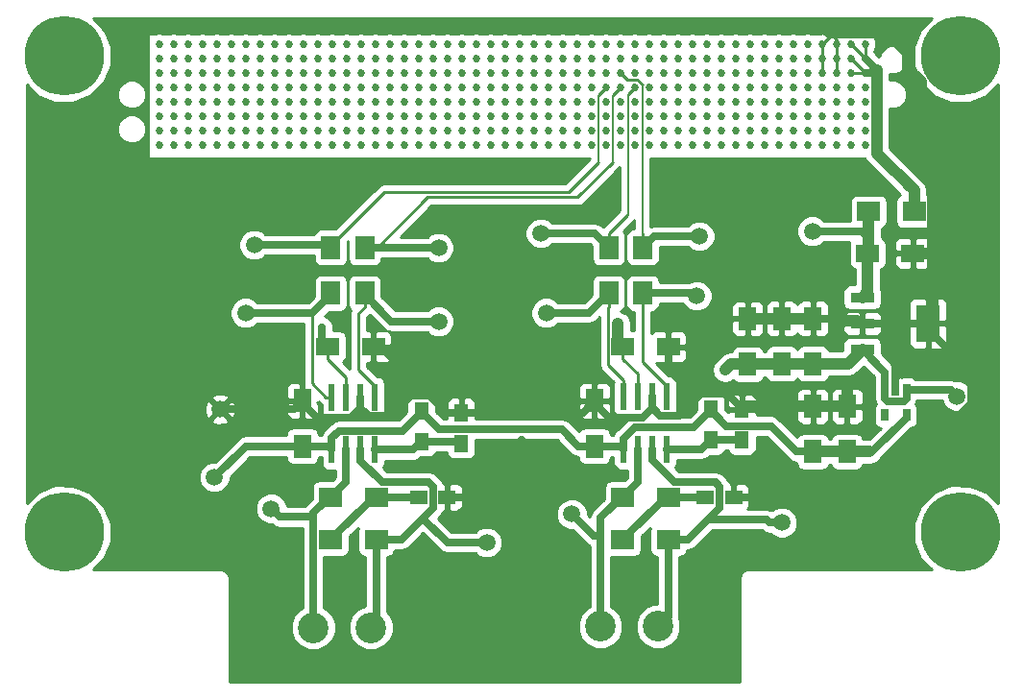
<source format=gbr>
G04 #@! TF.FileFunction,Copper,L1,Top,Signal*
%FSLAX46Y46*%
G04 Gerber Fmt 4.6, Leading zero omitted, Abs format (unit mm)*
G04 Created by KiCad (PCBNEW 4.0.7) date Fri Jan 12 23:49:52 2018*
%MOMM*%
%LPD*%
G01*
G04 APERTURE LIST*
%ADD10C,0.100000*%
%ADD11C,7.000000*%
%ADD12C,0.640000*%
%ADD13R,1.700000X2.000000*%
%ADD14R,0.500000X2.388000*%
%ADD15R,2.000000X1.700000*%
%ADD16R,2.000000X1.600000*%
%ADD17R,1.600000X2.000000*%
%ADD18R,1.500000X1.250000*%
%ADD19C,2.700000*%
%ADD20R,1.300000X1.500000*%
%ADD21R,0.650000X1.060000*%
%ADD22C,1.500000*%
%ADD23R,2.150000X0.950000*%
%ADD24R,2.150000X3.250000*%
%ADD25C,0.685800*%
%ADD26C,0.635000*%
%ADD27C,0.254000*%
%ADD28C,1.016000*%
%ADD29C,0.152400*%
G04 APERTURE END LIST*
D10*
D11*
X139500000Y-138600000D03*
X60500000Y-138600000D03*
X139500000Y-96600000D03*
D12*
X68885000Y-95555000D03*
X70155000Y-95555000D03*
X71425000Y-95555000D03*
X72695000Y-95555000D03*
X73965000Y-95555000D03*
X75235000Y-95555000D03*
X76505000Y-95555000D03*
X77775000Y-95555000D03*
X79045000Y-95555000D03*
X80315000Y-95555000D03*
X81585000Y-95555000D03*
X82855000Y-95555000D03*
X84125000Y-95555000D03*
X85395000Y-95555000D03*
X86665000Y-95555000D03*
X87935000Y-95555000D03*
X89205000Y-95555000D03*
X90475000Y-95555000D03*
X91745000Y-95555000D03*
X93015000Y-95555000D03*
X94285000Y-95555000D03*
X95555000Y-95555000D03*
X96825000Y-95555000D03*
X98095000Y-95555000D03*
X99365000Y-95555000D03*
X100635000Y-95555000D03*
X101905000Y-95555000D03*
X103175000Y-95555000D03*
X104445000Y-95555000D03*
X105715000Y-95555000D03*
X106985000Y-95555000D03*
X108255000Y-95555000D03*
X109525000Y-95555000D03*
X110795000Y-95555000D03*
X112065000Y-95555000D03*
X113335000Y-95555000D03*
X114605000Y-95555000D03*
X115875000Y-95555000D03*
X117145000Y-95555000D03*
X118415000Y-95555000D03*
X119685000Y-95555000D03*
X120955000Y-95555000D03*
X122225000Y-95555000D03*
X123495000Y-95555000D03*
X124765000Y-95555000D03*
X126035000Y-95555000D03*
X127305000Y-95555000D03*
X128575000Y-95555000D03*
X129845000Y-95555000D03*
X131115000Y-95555000D03*
X68885000Y-96825000D03*
X70155000Y-96825000D03*
X71425000Y-96825000D03*
X72695000Y-96825000D03*
X73965000Y-96825000D03*
X75235000Y-96825000D03*
X76505000Y-96825000D03*
X77775000Y-96825000D03*
X79045000Y-96825000D03*
X80315000Y-96825000D03*
X81585000Y-96825000D03*
X82855000Y-96825000D03*
X84125000Y-96825000D03*
X85395000Y-96825000D03*
X86665000Y-96825000D03*
X87935000Y-96825000D03*
X89205000Y-96825000D03*
X90475000Y-96825000D03*
X91745000Y-96825000D03*
X93015000Y-96825000D03*
X94285000Y-96825000D03*
X95555000Y-96825000D03*
X96825000Y-96825000D03*
X98095000Y-96825000D03*
X99365000Y-96825000D03*
X100635000Y-96825000D03*
X101905000Y-96825000D03*
X103175000Y-96825000D03*
X104445000Y-96825000D03*
X105715000Y-96825000D03*
X106985000Y-96825000D03*
X108255000Y-96825000D03*
X109525000Y-96825000D03*
X110795000Y-96825000D03*
X112065000Y-96825000D03*
X113335000Y-96825000D03*
X114605000Y-96825000D03*
X115875000Y-96825000D03*
X117145000Y-96825000D03*
X118415000Y-96825000D03*
X119685000Y-96825000D03*
X120955000Y-96825000D03*
X122225000Y-96825000D03*
X123495000Y-96825000D03*
X124765000Y-96825000D03*
X126035000Y-96825000D03*
X127305000Y-96825000D03*
X128575000Y-96825000D03*
X129845000Y-96825000D03*
X131115000Y-96825000D03*
X68885000Y-98095000D03*
X70155000Y-98095000D03*
X71425000Y-98095000D03*
X72695000Y-98095000D03*
X73965000Y-98095000D03*
X75235000Y-98095000D03*
X76505000Y-98095000D03*
X77775000Y-98095000D03*
X79045000Y-98095000D03*
X80315000Y-98095000D03*
X81585000Y-98095000D03*
X82855000Y-98095000D03*
X84125000Y-98095000D03*
X85395000Y-98095000D03*
X86665000Y-98095000D03*
X87935000Y-98095000D03*
X89205000Y-98095000D03*
X90475000Y-98095000D03*
X91745000Y-98095000D03*
X93015000Y-98095000D03*
X94285000Y-98095000D03*
X95555000Y-98095000D03*
X96825000Y-98095000D03*
X98095000Y-98095000D03*
X99365000Y-98095000D03*
X100635000Y-98095000D03*
X101905000Y-98095000D03*
X103175000Y-98095000D03*
X104445000Y-98095000D03*
X105715000Y-98095000D03*
X106985000Y-98095000D03*
X108255000Y-98095000D03*
X109525000Y-98095000D03*
X110795000Y-98095000D03*
X112065000Y-98095000D03*
X113335000Y-98095000D03*
X114605000Y-98095000D03*
X115875000Y-98095000D03*
X117145000Y-98095000D03*
X118415000Y-98095000D03*
X119685000Y-98095000D03*
X120955000Y-98095000D03*
X122225000Y-98095000D03*
X123495000Y-98095000D03*
X124765000Y-98095000D03*
X126035000Y-98095000D03*
X127305000Y-98095000D03*
X128575000Y-98095000D03*
X129845000Y-98095000D03*
X131115000Y-98095000D03*
X68885000Y-99365000D03*
X70155000Y-99365000D03*
X71425000Y-99365000D03*
X72695000Y-99365000D03*
X73965000Y-99365000D03*
X75235000Y-99365000D03*
X76505000Y-99365000D03*
X77775000Y-99365000D03*
X79045000Y-99365000D03*
X80315000Y-99365000D03*
X81585000Y-99365000D03*
X82855000Y-99365000D03*
X84125000Y-99365000D03*
X85395000Y-99365000D03*
X86665000Y-99365000D03*
X87935000Y-99365000D03*
X89205000Y-99365000D03*
X90475000Y-99365000D03*
X91745000Y-99365000D03*
X93015000Y-99365000D03*
X94285000Y-99365000D03*
X95555000Y-99365000D03*
X96825000Y-99365000D03*
X98095000Y-99365000D03*
X99365000Y-99365000D03*
X100635000Y-99365000D03*
X101905000Y-99365000D03*
X103175000Y-99365000D03*
X104445000Y-99365000D03*
X105715000Y-99365000D03*
X106985000Y-99365000D03*
X108255000Y-99365000D03*
X109525000Y-99365000D03*
X110795000Y-99365000D03*
X112065000Y-99365000D03*
X113335000Y-99365000D03*
X114605000Y-99365000D03*
X115875000Y-99365000D03*
X117145000Y-99365000D03*
X118415000Y-99365000D03*
X119685000Y-99365000D03*
X120955000Y-99365000D03*
X122225000Y-99365000D03*
X123495000Y-99365000D03*
X124765000Y-99365000D03*
X126035000Y-99365000D03*
X127305000Y-99365000D03*
X128575000Y-99365000D03*
X129845000Y-99365000D03*
X131115000Y-99365000D03*
X68885000Y-100635000D03*
X70155000Y-100635000D03*
X71425000Y-100635000D03*
X72695000Y-100635000D03*
X73965000Y-100635000D03*
X75235000Y-100635000D03*
X76505000Y-100635000D03*
X77775000Y-100635000D03*
X79045000Y-100635000D03*
X80315000Y-100635000D03*
X81585000Y-100635000D03*
X82855000Y-100635000D03*
X84125000Y-100635000D03*
X85395000Y-100635000D03*
X86665000Y-100635000D03*
X87935000Y-100635000D03*
X89205000Y-100635000D03*
X90475000Y-100635000D03*
X91745000Y-100635000D03*
X93015000Y-100635000D03*
X94285000Y-100635000D03*
X95555000Y-100635000D03*
X96825000Y-100635000D03*
X98095000Y-100635000D03*
X99365000Y-100635000D03*
X100635000Y-100635000D03*
X101905000Y-100635000D03*
X103175000Y-100635000D03*
X104445000Y-100635000D03*
X105715000Y-100635000D03*
X106985000Y-100635000D03*
X108255000Y-100635000D03*
X109525000Y-100635000D03*
X110795000Y-100635000D03*
X112065000Y-100635000D03*
X113335000Y-100635000D03*
X114605000Y-100635000D03*
X115875000Y-100635000D03*
X117145000Y-100635000D03*
X118415000Y-100635000D03*
X119685000Y-100635000D03*
X120955000Y-100635000D03*
X122225000Y-100635000D03*
X123495000Y-100635000D03*
X124765000Y-100635000D03*
X126035000Y-100635000D03*
X127305000Y-100635000D03*
X128575000Y-100635000D03*
X129845000Y-100635000D03*
X131115000Y-100635000D03*
X68885000Y-101905000D03*
X70155000Y-101905000D03*
X71425000Y-101905000D03*
X72695000Y-101905000D03*
X73965000Y-101905000D03*
X75235000Y-101905000D03*
X76505000Y-101905000D03*
X77775000Y-101905000D03*
X79045000Y-101905000D03*
X80315000Y-101905000D03*
X81585000Y-101905000D03*
X82855000Y-101905000D03*
X84125000Y-101905000D03*
X85395000Y-101905000D03*
X86665000Y-101905000D03*
X87935000Y-101905000D03*
X89205000Y-101905000D03*
X90475000Y-101905000D03*
X91745000Y-101905000D03*
X93015000Y-101905000D03*
X94285000Y-101905000D03*
X95555000Y-101905000D03*
X96825000Y-101905000D03*
X98095000Y-101905000D03*
X99365000Y-101905000D03*
X100635000Y-101905000D03*
X101905000Y-101905000D03*
X103175000Y-101905000D03*
X104445000Y-101905000D03*
X105715000Y-101905000D03*
X106985000Y-101905000D03*
X108255000Y-101905000D03*
X109525000Y-101905000D03*
X110795000Y-101905000D03*
X112065000Y-101905000D03*
X113335000Y-101905000D03*
X114605000Y-101905000D03*
X115875000Y-101905000D03*
X117145000Y-101905000D03*
X118415000Y-101905000D03*
X119685000Y-101905000D03*
X120955000Y-101905000D03*
X122225000Y-101905000D03*
X123495000Y-101905000D03*
X124765000Y-101905000D03*
X126035000Y-101905000D03*
X127305000Y-101905000D03*
X128575000Y-101905000D03*
X129845000Y-101905000D03*
X131115000Y-101905000D03*
X68885000Y-103175000D03*
X70155000Y-103175000D03*
X71425000Y-103175000D03*
X72695000Y-103175000D03*
X73965000Y-103175000D03*
X75235000Y-103175000D03*
X76505000Y-103175000D03*
X77775000Y-103175000D03*
X79045000Y-103175000D03*
X80315000Y-103175000D03*
X81585000Y-103175000D03*
X82855000Y-103175000D03*
X84125000Y-103175000D03*
X85395000Y-103175000D03*
X86665000Y-103175000D03*
X87935000Y-103175000D03*
X89205000Y-103175000D03*
X90475000Y-103175000D03*
X91745000Y-103175000D03*
X93015000Y-103175000D03*
X94285000Y-103175000D03*
X95555000Y-103175000D03*
X96825000Y-103175000D03*
X98095000Y-103175000D03*
X99365000Y-103175000D03*
X100635000Y-103175000D03*
X101905000Y-103175000D03*
X103175000Y-103175000D03*
X104445000Y-103175000D03*
X105715000Y-103175000D03*
X106985000Y-103175000D03*
X108255000Y-103175000D03*
X109525000Y-103175000D03*
X110795000Y-103175000D03*
X112065000Y-103175000D03*
X113335000Y-103175000D03*
X114605000Y-103175000D03*
X115875000Y-103175000D03*
X117145000Y-103175000D03*
X118415000Y-103175000D03*
X119685000Y-103175000D03*
X120955000Y-103175000D03*
X122225000Y-103175000D03*
X123495000Y-103175000D03*
X124765000Y-103175000D03*
X126035000Y-103175000D03*
X127305000Y-103175000D03*
X128575000Y-103175000D03*
X129845000Y-103175000D03*
X131115000Y-103175000D03*
X68885000Y-104445000D03*
X70155000Y-104445000D03*
X71425000Y-104445000D03*
X72695000Y-104445000D03*
X73965000Y-104445000D03*
X75235000Y-104445000D03*
X76505000Y-104445000D03*
X77775000Y-104445000D03*
X79045000Y-104445000D03*
X80315000Y-104445000D03*
X81585000Y-104445000D03*
X82855000Y-104445000D03*
X84125000Y-104445000D03*
X85395000Y-104445000D03*
X86665000Y-104445000D03*
X87935000Y-104445000D03*
X89205000Y-104445000D03*
X90475000Y-104445000D03*
X91745000Y-104445000D03*
X93015000Y-104445000D03*
X94285000Y-104445000D03*
X95555000Y-104445000D03*
X96825000Y-104445000D03*
X98095000Y-104445000D03*
X99365000Y-104445000D03*
X100635000Y-104445000D03*
X101905000Y-104445000D03*
X103175000Y-104445000D03*
X104445000Y-104445000D03*
X105715000Y-104445000D03*
X106985000Y-104445000D03*
X108255000Y-104445000D03*
X109525000Y-104445000D03*
X110795000Y-104445000D03*
X112065000Y-104445000D03*
X113335000Y-104445000D03*
X114605000Y-104445000D03*
X115875000Y-104445000D03*
X117145000Y-104445000D03*
X118415000Y-104445000D03*
X119685000Y-104445000D03*
X120955000Y-104445000D03*
X122225000Y-104445000D03*
X123495000Y-104445000D03*
X124765000Y-104445000D03*
X126035000Y-104445000D03*
X127305000Y-104445000D03*
X128575000Y-104445000D03*
X129845000Y-104445000D03*
X131115000Y-104445000D03*
D13*
X84000000Y-113500000D03*
X84000000Y-117500000D03*
D14*
X86635000Y-131324000D03*
X85365000Y-131324000D03*
X85365000Y-126676000D03*
X86635000Y-126676000D03*
X87905000Y-126676000D03*
X84095000Y-126676000D03*
X84095000Y-131324000D03*
X87905000Y-131324000D03*
D15*
X88000000Y-135500000D03*
X84000000Y-135500000D03*
D16*
X131318500Y-113985040D03*
X135318500Y-113985040D03*
D17*
X126500000Y-131500000D03*
X126500000Y-127500000D03*
X129500000Y-131500000D03*
X129500000Y-127500000D03*
X123750000Y-123750000D03*
X123750000Y-119750000D03*
X120750000Y-123774200D03*
X120750000Y-119774200D03*
X126500000Y-123750000D03*
X126500000Y-119750000D03*
D18*
X91750000Y-135500000D03*
X94250000Y-135500000D03*
X117000000Y-135500000D03*
X119500000Y-135500000D03*
D19*
X87540000Y-147000000D03*
X82460000Y-147000000D03*
X112850000Y-146900000D03*
X107770000Y-146900000D03*
D15*
X135413500Y-110332520D03*
X131413500Y-110332520D03*
D20*
X92000000Y-127900000D03*
X92000000Y-130600000D03*
D13*
X87000000Y-113500000D03*
X87000000Y-117500000D03*
D15*
X88000000Y-139250000D03*
X84000000Y-139250000D03*
D20*
X95500000Y-130750000D03*
X95500000Y-128050000D03*
X117500000Y-127750000D03*
X117500000Y-130450000D03*
D13*
X111500000Y-113500000D03*
X111500000Y-117500000D03*
X108500000Y-113500000D03*
X108500000Y-117500000D03*
D15*
X113750000Y-139250000D03*
X109750000Y-139250000D03*
D20*
X120250000Y-130450000D03*
X120250000Y-127750000D03*
D15*
X113750000Y-135500000D03*
X109750000Y-135500000D03*
D21*
X134750000Y-126050000D03*
X133800000Y-126050000D03*
X132850000Y-126050000D03*
X132850000Y-128250000D03*
X134750000Y-128250000D03*
D14*
X112334860Y-131282900D03*
X111064860Y-131282900D03*
X111064860Y-126634900D03*
X112334860Y-126634900D03*
X113604860Y-126634900D03*
X109794860Y-126634900D03*
X109794860Y-131282900D03*
X113604860Y-131282900D03*
D11*
X60500000Y-96600000D03*
D22*
X139200000Y-126600000D03*
X126450000Y-112050000D03*
X74250000Y-127750000D03*
X73750000Y-133750000D03*
X97750000Y-139500000D03*
X93500000Y-113500000D03*
X93500000Y-120000000D03*
X76500000Y-119250000D03*
X77250000Y-113250000D03*
X78750000Y-136500000D03*
X123750000Y-137750000D03*
X116500000Y-112500000D03*
X116250000Y-117750000D03*
X103000000Y-119250000D03*
X102500000Y-112250000D03*
X105250000Y-137000000D03*
D23*
X130846240Y-117885180D03*
X130846240Y-120185180D03*
X130846240Y-122485180D03*
D24*
X136646240Y-120185180D03*
D16*
X83750000Y-122250000D03*
X87750000Y-122250000D03*
D17*
X81500000Y-131000000D03*
X81500000Y-127000000D03*
D16*
X109750000Y-122250000D03*
X113750000Y-122250000D03*
D17*
X107250000Y-131000000D03*
X107250000Y-127000000D03*
D25*
X68885000Y-95555000D03*
X70155000Y-95555000D03*
X71425000Y-95555000D03*
X72695000Y-95555000D03*
X73965000Y-95555000D03*
X75235000Y-95555000D03*
X76505000Y-95555000D03*
X79045000Y-95555000D03*
X80315000Y-95555000D03*
X82855000Y-95555000D03*
X84125000Y-95555000D03*
X86665000Y-95555000D03*
X87935000Y-95555000D03*
X89205000Y-95555000D03*
X90475000Y-95555000D03*
X91745000Y-95555000D03*
X93015000Y-95555000D03*
X94285000Y-95555000D03*
X95555000Y-95555000D03*
X98095000Y-95555000D03*
X99365000Y-95555000D03*
X100635000Y-95555000D03*
X101905000Y-95555000D03*
X103175000Y-95555000D03*
X104445000Y-95555000D03*
X105715000Y-95555000D03*
X106985000Y-95555000D03*
X108255000Y-95555000D03*
X109525000Y-95555000D03*
X110795000Y-95555000D03*
X112065000Y-95555000D03*
X113335000Y-95555000D03*
X114605000Y-95555000D03*
X115875000Y-95555000D03*
X117145000Y-95555000D03*
X118415000Y-95555000D03*
X119685000Y-95555000D03*
X120955000Y-95555000D03*
X122225000Y-95555000D03*
X123495000Y-95555000D03*
X124765000Y-95555000D03*
X126035000Y-95555000D03*
X68885000Y-96825000D03*
X70155000Y-96825000D03*
X71425000Y-96825000D03*
X73965000Y-96825000D03*
X75235000Y-96825000D03*
X77775000Y-96825000D03*
X79045000Y-96825000D03*
X81585000Y-96825000D03*
X82855000Y-96825000D03*
X85395000Y-96825000D03*
X86665000Y-96825000D03*
X87935000Y-96825000D03*
X89205000Y-96825000D03*
X90475000Y-96825000D03*
X91745000Y-96825000D03*
X94285000Y-96825000D03*
X95555000Y-96825000D03*
X96825000Y-96825000D03*
X98095000Y-96825000D03*
X99365000Y-96825000D03*
X100635000Y-96825000D03*
X101905000Y-96825000D03*
X103175000Y-96825000D03*
X104445000Y-96825000D03*
X105715000Y-96825000D03*
X106985000Y-96825000D03*
X108255000Y-96825000D03*
X109525000Y-96825000D03*
X110795000Y-96825000D03*
X112065000Y-96825000D03*
X113335000Y-96825000D03*
X115875000Y-96825000D03*
X117145000Y-96825000D03*
X118415000Y-96825000D03*
X119685000Y-96825000D03*
X120955000Y-96825000D03*
X122225000Y-96825000D03*
X123495000Y-96825000D03*
X124765000Y-96825000D03*
X126035000Y-96825000D03*
X68885000Y-98095000D03*
X70155000Y-98095000D03*
X71425000Y-98095000D03*
X72695000Y-98095000D03*
X73965000Y-98095000D03*
X76505000Y-98095000D03*
X77775000Y-98095000D03*
X80315000Y-98095000D03*
X81585000Y-98095000D03*
X84125000Y-98095000D03*
X85395000Y-98095000D03*
X87935000Y-98095000D03*
X89205000Y-98095000D03*
X91745000Y-98095000D03*
X93015000Y-98095000D03*
X95555000Y-98095000D03*
X96825000Y-98095000D03*
X99365000Y-98095000D03*
X100635000Y-98095000D03*
X103175000Y-98095000D03*
X104445000Y-98095000D03*
X106985000Y-98095000D03*
X108255000Y-98095000D03*
X110795000Y-98072091D03*
X112065000Y-98095000D03*
X113335000Y-98095000D03*
X114605000Y-98095000D03*
X115875000Y-98095000D03*
X117145000Y-98095000D03*
X118415000Y-98095000D03*
X119685000Y-98095000D03*
X120955000Y-98095000D03*
X122225000Y-98095000D03*
X123495000Y-98095000D03*
X124765000Y-98095000D03*
X126035000Y-98095000D03*
X68885000Y-99365000D03*
X70155000Y-99365000D03*
X71425000Y-99365000D03*
X72695000Y-99365000D03*
X73965000Y-99365000D03*
X75235000Y-99365000D03*
X77775000Y-99365000D03*
X79045000Y-99365000D03*
X81585000Y-99365000D03*
X82855000Y-99365000D03*
X85395000Y-99365000D03*
X86665000Y-99365000D03*
X89205000Y-99365000D03*
X90475000Y-99365000D03*
X93015000Y-99365000D03*
X94285000Y-99365000D03*
X96825000Y-99365000D03*
X98095000Y-99365000D03*
X100635000Y-99365000D03*
X101905000Y-99365000D03*
X104445000Y-99365000D03*
X105715000Y-99365000D03*
X112087909Y-99365000D03*
X113335000Y-99365000D03*
X114605000Y-99365000D03*
X115875000Y-99365000D03*
X117145000Y-99365000D03*
X118415000Y-99365000D03*
X119685000Y-99365000D03*
X120955000Y-99365000D03*
X122225000Y-99365000D03*
X123495000Y-99365000D03*
X124765000Y-99365000D03*
X126035000Y-99365000D03*
X127305000Y-99365000D03*
X128575000Y-99365000D03*
X129845000Y-99365000D03*
X131115000Y-99365000D03*
X68885000Y-100635000D03*
X70155000Y-100635000D03*
X71425000Y-100635000D03*
X72695000Y-100635000D03*
X75235000Y-100635000D03*
X76505000Y-100635000D03*
X79045000Y-100635000D03*
X80315000Y-100635000D03*
X82855000Y-100635000D03*
X84125000Y-100635000D03*
X86665000Y-100635000D03*
X87935000Y-100635000D03*
X90475000Y-100635000D03*
X91745000Y-100635000D03*
X94285000Y-100635000D03*
X95555000Y-100635000D03*
X98095000Y-100635000D03*
X99365000Y-100635000D03*
X101905000Y-100635000D03*
X103175000Y-100635000D03*
X105715000Y-100635000D03*
X106962091Y-100635000D03*
X109525000Y-100635000D03*
X110777690Y-100641837D03*
X112087909Y-100635000D03*
X113335000Y-100635000D03*
X114605000Y-100635000D03*
X115875000Y-100635000D03*
X117145000Y-100635000D03*
X118415000Y-100635000D03*
X119685000Y-100635000D03*
X120955000Y-100635000D03*
X122225000Y-100635000D03*
X123495000Y-100635000D03*
X124765000Y-100635000D03*
X126035000Y-100635000D03*
X127305000Y-100635000D03*
X128575000Y-100635000D03*
X129845000Y-100635000D03*
X131115000Y-100635000D03*
X68885000Y-101905000D03*
X71425000Y-101905000D03*
X72695000Y-101905000D03*
X73965000Y-101905000D03*
X76505000Y-101905000D03*
X77775000Y-101905000D03*
X80315000Y-101905000D03*
X81585000Y-101905000D03*
X84125000Y-101905000D03*
X85395000Y-101905000D03*
X87935000Y-101905000D03*
X89205000Y-101905000D03*
X91745000Y-101905000D03*
X93015000Y-101905000D03*
X95555000Y-101905000D03*
X96825000Y-101905000D03*
X99365000Y-101905000D03*
X100635000Y-101905000D03*
X103175000Y-101905000D03*
X104445000Y-101905000D03*
X106962091Y-101905000D03*
X108272310Y-101905000D03*
X109525000Y-101905000D03*
X110777690Y-101910130D03*
X112087909Y-101905000D03*
X114605000Y-101905000D03*
X115875000Y-101905000D03*
X117145000Y-101905000D03*
X118415000Y-101905000D03*
X120955000Y-101905000D03*
X122225000Y-101905000D03*
X123495000Y-101905000D03*
X124765000Y-101905000D03*
X126035000Y-101905000D03*
X127305000Y-101905000D03*
X128575000Y-101905000D03*
X129845000Y-101905000D03*
X131115000Y-101905000D03*
X70155000Y-103175000D03*
X71425000Y-103175000D03*
X73965000Y-103175000D03*
X75235000Y-103175000D03*
X77775000Y-103175000D03*
X79045000Y-103175000D03*
X81585000Y-103175000D03*
X82855000Y-103175000D03*
X85395000Y-103175000D03*
X86665000Y-103175000D03*
X89205000Y-103175000D03*
X90475000Y-103175000D03*
X93015000Y-103175000D03*
X94285000Y-103175000D03*
X96825000Y-103175000D03*
X98095000Y-103175000D03*
X100635000Y-103175000D03*
X101905000Y-103175000D03*
X104445000Y-103175000D03*
X105715000Y-103175000D03*
X108272310Y-103175000D03*
X109525000Y-103175000D03*
X112087909Y-103175000D03*
X113335000Y-103175000D03*
X114605000Y-103175000D03*
X115875000Y-103175000D03*
X117145000Y-103175000D03*
X118415000Y-103175000D03*
X119685000Y-103175000D03*
X120955000Y-103175000D03*
X122225000Y-103175000D03*
X123495000Y-103175000D03*
X124765000Y-103175000D03*
X126035000Y-103175000D03*
X127305000Y-103175000D03*
X129845000Y-103175000D03*
X131115000Y-103175000D03*
X68885000Y-104445000D03*
X71425000Y-104445000D03*
X72695000Y-104445000D03*
X75235000Y-104445000D03*
X76505000Y-104445000D03*
X79045000Y-104445000D03*
X80315000Y-104445000D03*
X82855000Y-104445000D03*
X84125000Y-104445000D03*
X86665000Y-104445000D03*
X87935000Y-104445000D03*
X90475000Y-104445000D03*
X91745000Y-104445000D03*
X94285000Y-104445000D03*
X95555000Y-104445000D03*
X98095000Y-104445000D03*
X99365000Y-104445000D03*
X101905000Y-104445000D03*
X103175000Y-104445000D03*
X105715000Y-104445000D03*
X106962091Y-104445000D03*
X109525000Y-104445000D03*
X110777690Y-104451732D03*
X112087909Y-104445000D03*
X113335000Y-104445000D03*
X114605000Y-104445000D03*
X115875000Y-104445000D03*
X117145000Y-104445000D03*
X118415000Y-104445000D03*
X119685000Y-104445000D03*
X120955000Y-104445000D03*
X122225000Y-104445000D03*
X123495000Y-104445000D03*
X124765000Y-104445000D03*
X126035000Y-104445000D03*
X127305000Y-104445000D03*
X128575000Y-104445000D03*
X129845000Y-104445000D03*
X131115000Y-104445000D03*
X100850000Y-128050000D03*
X100800000Y-130450000D03*
X136646240Y-120185180D03*
X129700000Y-125450000D03*
X127305000Y-96825000D03*
X128575000Y-96825000D03*
X127305000Y-95555000D03*
X128575000Y-95555000D03*
X127305000Y-98095000D03*
X128575000Y-98095000D03*
X83250000Y-120500000D03*
X109300000Y-120200000D03*
X118750000Y-124300000D03*
X108255000Y-99365000D03*
X109525000Y-99365000D03*
X129845000Y-96825000D03*
X131115000Y-96825000D03*
X129845000Y-98095000D03*
X131115000Y-98095000D03*
X129845000Y-95555000D03*
X131115000Y-95555000D03*
X109525000Y-98095000D03*
X110777690Y-99365424D03*
X77775000Y-95555000D03*
X81585000Y-95555000D03*
X85395000Y-95555000D03*
X96825000Y-95555000D03*
X72695000Y-96825000D03*
X76505000Y-96825000D03*
X80315000Y-96825000D03*
X84125000Y-96825000D03*
X93015000Y-96825000D03*
X114605000Y-96825000D03*
X75235000Y-98095000D03*
X79045000Y-98095000D03*
X82855000Y-98095000D03*
X86665000Y-98095000D03*
X90475000Y-98095000D03*
X94285000Y-98095000D03*
X98095000Y-98095000D03*
X101905000Y-98095000D03*
X105715000Y-98095000D03*
X76505000Y-99365000D03*
X80315000Y-99365000D03*
X84125000Y-99365000D03*
X87935000Y-99365000D03*
X91745000Y-99365000D03*
X95555000Y-99365000D03*
X99365000Y-99365000D03*
X103175000Y-99365000D03*
X106985000Y-99365000D03*
X73965000Y-100635000D03*
X77775000Y-100635000D03*
X81585000Y-100635000D03*
X85395000Y-100635000D03*
X89205000Y-100635000D03*
X93015000Y-100635000D03*
X96825000Y-100635000D03*
X100635000Y-100635000D03*
X104445000Y-100635000D03*
X108232091Y-100635000D03*
X70155000Y-101905000D03*
X75235000Y-101905000D03*
X79045000Y-101905000D03*
X82855000Y-101905000D03*
X86665000Y-101905000D03*
X90475000Y-101905000D03*
X94285000Y-101905000D03*
X98095000Y-101905000D03*
X101905000Y-101905000D03*
X105715000Y-101905000D03*
X113335000Y-101905000D03*
X119685000Y-101905000D03*
X68885000Y-103175000D03*
X72695000Y-103175000D03*
X76505000Y-103175000D03*
X80315000Y-103175000D03*
X84125000Y-103175000D03*
X87935000Y-103175000D03*
X91745000Y-103175000D03*
X95555000Y-103175000D03*
X99365000Y-103175000D03*
X103175000Y-103175000D03*
X106962091Y-103175000D03*
X110777690Y-103179042D03*
X128575000Y-103175000D03*
X70155000Y-104445000D03*
X73965000Y-104445000D03*
X77775000Y-104445000D03*
X81585000Y-104445000D03*
X85395000Y-104445000D03*
X89205000Y-104445000D03*
X93015000Y-104445000D03*
X96825000Y-104445000D03*
X100635000Y-104445000D03*
X104445000Y-104445000D03*
X108272310Y-104445000D03*
D26*
X88000000Y-135500000D02*
X87750000Y-135500000D01*
X87750000Y-135500000D02*
X84000000Y-139250000D01*
X91750000Y-135500000D02*
X88000000Y-135500000D01*
D27*
X128575000Y-98095000D02*
X128575000Y-96825000D01*
X127305000Y-98095000D02*
X127305000Y-96825000D01*
D26*
X100850000Y-128050000D02*
X95500000Y-128050000D01*
X100850000Y-128050000D02*
X106200000Y-128050000D01*
X94250000Y-135500000D02*
X95750000Y-135500000D01*
X95750000Y-135500000D02*
X100800000Y-130450000D01*
X74250000Y-127750000D02*
X80750000Y-127750000D01*
X80750000Y-127750000D02*
X81500000Y-127000000D01*
X81500000Y-127000000D02*
X81500000Y-127200000D01*
X81500000Y-127200000D02*
X82805000Y-128505000D01*
X82805000Y-128505000D02*
X85750000Y-128505000D01*
X85750000Y-128505000D02*
X86635000Y-127620000D01*
X86635000Y-127620000D02*
X86635000Y-126676000D01*
X94215000Y-128050000D02*
X92700000Y-126535000D01*
X92700000Y-126535000D02*
X88415000Y-122250000D01*
X86635000Y-127620000D02*
X87354901Y-128339901D01*
X87354901Y-128339901D02*
X89314277Y-128339901D01*
X89314277Y-128339901D02*
X91119178Y-126535000D01*
X91119178Y-126535000D02*
X92700000Y-126535000D01*
X106200000Y-128050000D02*
X107250000Y-127000000D01*
X95500000Y-128050000D02*
X94215000Y-128050000D01*
X88415000Y-122250000D02*
X87750000Y-122250000D01*
X136646240Y-120185180D02*
X136646240Y-120735180D01*
X136646240Y-120735180D02*
X140419901Y-124508841D01*
X140419901Y-124508841D02*
X140419901Y-127185553D01*
X140419901Y-127185553D02*
X132105454Y-135500000D01*
X132105454Y-135500000D02*
X120885000Y-135500000D01*
X120885000Y-135500000D02*
X119500000Y-135500000D01*
D28*
X129500000Y-127500000D02*
X129500000Y-125650000D01*
X129500000Y-125650000D02*
X129700000Y-125450000D01*
X126500000Y-127500000D02*
X120500000Y-127500000D01*
X120500000Y-127500000D02*
X120250000Y-127750000D01*
D26*
X113750000Y-122250000D02*
X113750000Y-123685000D01*
X116430000Y-126365000D02*
X116639178Y-126365000D01*
X113750000Y-123685000D02*
X116430000Y-126365000D01*
X133800000Y-126050000D02*
X133800000Y-121321420D01*
X133800000Y-121321420D02*
X134936240Y-120185180D01*
X134936240Y-120185180D02*
X136646240Y-120185180D01*
D28*
X126500000Y-127500000D02*
X129500000Y-127500000D01*
D26*
X112334860Y-126634900D02*
X112334860Y-127200000D01*
X112334860Y-127200000D02*
X112334860Y-127578900D01*
X112334860Y-127654722D02*
X112334860Y-127200000D01*
X107250000Y-127000000D02*
X107250000Y-127200000D01*
X107250000Y-127200000D02*
X108513900Y-128463900D01*
X108513900Y-128463900D02*
X111525682Y-128463900D01*
X111525682Y-128463900D02*
X112334860Y-127654722D01*
X120250000Y-127650000D02*
X120250000Y-127750000D01*
X112334860Y-127578900D02*
X113054761Y-128298801D01*
X113054761Y-128298801D02*
X114705377Y-128298801D01*
X114705377Y-128298801D02*
X116639178Y-126365000D01*
X116639178Y-126365000D02*
X118965000Y-126365000D01*
X118965000Y-126365000D02*
X120250000Y-127650000D01*
D28*
X137073901Y-119207519D02*
X137073901Y-113650000D01*
X137073901Y-113650000D02*
X137073901Y-101623901D01*
X135318500Y-113985040D02*
X136738861Y-113985040D01*
X136738861Y-113985040D02*
X137073901Y-113650000D01*
D27*
X128575000Y-95555000D02*
X128575000Y-95102452D01*
X128575000Y-95102452D02*
X128022548Y-94550000D01*
X128022548Y-94550000D02*
X128000000Y-94550000D01*
X128575000Y-96825000D02*
X128575000Y-95555000D01*
X127305000Y-95555000D02*
X128000000Y-94860000D01*
X128000000Y-94860000D02*
X128000000Y-94550000D01*
X127305000Y-96825000D02*
X127305000Y-95555000D01*
D28*
X133056194Y-94550000D02*
X128000000Y-94550000D01*
X136002811Y-98894235D02*
X134834401Y-97725825D01*
X137073901Y-101623901D02*
X136002812Y-100552812D01*
X136002812Y-100552812D02*
X136002811Y-98894235D01*
X134834401Y-97725825D02*
X134834401Y-96328207D01*
X134834401Y-96328207D02*
X133056194Y-94550000D01*
X136646240Y-120185180D02*
X136646240Y-119635180D01*
X136646240Y-119635180D02*
X137073901Y-119207519D01*
D26*
X126500000Y-119750000D02*
X130411060Y-119750000D01*
X130411060Y-119750000D02*
X130846240Y-120185180D01*
D28*
X123750000Y-119750000D02*
X126500000Y-119750000D01*
X120750000Y-119774200D02*
X123725800Y-119774200D01*
X123725800Y-119774200D02*
X123750000Y-119750000D01*
D26*
X130846240Y-120185180D02*
X136646240Y-120185180D01*
X81500000Y-131000000D02*
X76500000Y-131000000D01*
X76500000Y-131000000D02*
X73750000Y-133750000D01*
X81500000Y-131000000D02*
X83771000Y-131000000D01*
X83771000Y-131000000D02*
X84095000Y-131324000D01*
X92000000Y-127900000D02*
X92000000Y-128000000D01*
X92000000Y-128000000D02*
X90339901Y-129660099D01*
X90339901Y-129660099D02*
X84739079Y-129660099D01*
X84739079Y-129660099D02*
X84095000Y-130304178D01*
X84095000Y-130304178D02*
X84095000Y-131324000D01*
X92000000Y-128000000D02*
X93530099Y-129530099D01*
X93530099Y-129530099D02*
X104345099Y-129530099D01*
X104345099Y-129530099D02*
X105815000Y-131000000D01*
X105815000Y-131000000D02*
X107250000Y-131000000D01*
X107250000Y-131000000D02*
X109511960Y-131000000D01*
X109511960Y-131000000D02*
X109794860Y-131282900D01*
X134750000Y-128250000D02*
X134750000Y-128455000D01*
X134750000Y-128455000D02*
X131705000Y-131500000D01*
X131705000Y-131500000D02*
X131500000Y-131500000D01*
X117500000Y-127750000D02*
X117500000Y-127850000D01*
X117500000Y-127850000D02*
X118880099Y-129230099D01*
X118880099Y-129230099D02*
X122795099Y-129230099D01*
X122795099Y-129230099D02*
X125065000Y-131500000D01*
X125065000Y-131500000D02*
X126500000Y-131500000D01*
X110796349Y-129337411D02*
X116012589Y-129337411D01*
X109794860Y-130338900D02*
X110796349Y-129337411D01*
X109794860Y-131282900D02*
X109794860Y-130338900D01*
X116012589Y-129337411D02*
X117500000Y-127850000D01*
D28*
X129500000Y-131500000D02*
X126500000Y-131500000D01*
X131500000Y-131500000D02*
X129500000Y-131500000D01*
D26*
X83250000Y-120500000D02*
X83250000Y-121750000D01*
X83250000Y-121750000D02*
X83750000Y-122250000D01*
D27*
X83750000Y-122250000D02*
X83750000Y-123304000D01*
X83750000Y-123304000D02*
X85365000Y-124919000D01*
X85365000Y-124919000D02*
X85365000Y-125228000D01*
X85365000Y-125228000D02*
X85365000Y-126676000D01*
D26*
X134750000Y-126050000D02*
X138650000Y-126050000D01*
X138650000Y-126050000D02*
X139200000Y-126600000D01*
D28*
X109300000Y-120200000D02*
X109300000Y-121800000D01*
X109300000Y-121800000D02*
X109750000Y-122250000D01*
X120750000Y-123774200D02*
X119275800Y-123774200D01*
X119275800Y-123774200D02*
X118750000Y-124300000D01*
D27*
X109750000Y-122250000D02*
X109750000Y-123304000D01*
X109750000Y-123304000D02*
X111064860Y-124618860D01*
X111064860Y-124618860D02*
X111064860Y-125186900D01*
X111064860Y-125186900D02*
X111064860Y-126634900D01*
D26*
X132850000Y-126050000D02*
X132850000Y-126800822D01*
X133099079Y-127049901D02*
X134500921Y-127049901D01*
X132850000Y-126800822D02*
X133099079Y-127049901D01*
X134500921Y-127049901D02*
X134750000Y-126800822D01*
X134750000Y-126800822D02*
X134750000Y-126050000D01*
D28*
X120750000Y-123774200D02*
X123725800Y-123774200D01*
X123725800Y-123774200D02*
X123750000Y-123750000D01*
X123750000Y-123750000D02*
X126500000Y-123750000D01*
X126500000Y-123750000D02*
X129581420Y-123750000D01*
X129581420Y-123750000D02*
X130846240Y-122485180D01*
D26*
X132850000Y-126050000D02*
X132850000Y-124488940D01*
X132850000Y-124488940D02*
X130846240Y-122485180D01*
D29*
X107584401Y-100035599D02*
X107584401Y-105965599D01*
D26*
X77250000Y-113250000D02*
X83750000Y-113250000D01*
X83750000Y-113250000D02*
X84000000Y-113500000D01*
D27*
X104950000Y-108600000D02*
X88750000Y-108600000D01*
X88750000Y-108600000D02*
X84000000Y-113350000D01*
X84000000Y-113350000D02*
X84000000Y-113500000D01*
X107584401Y-105965599D02*
X104950000Y-108600000D01*
X108255000Y-99365000D02*
X107584401Y-100035599D01*
D29*
X108854401Y-100035599D02*
X108854401Y-105970350D01*
D26*
X93500000Y-113500000D02*
X92439340Y-113500000D01*
X92439340Y-113500000D02*
X87000000Y-113500000D01*
D27*
X109525000Y-99365000D02*
X108854401Y-100035599D01*
X108854401Y-105970350D02*
X105774751Y-109050000D01*
X105774751Y-109050000D02*
X92554000Y-109050000D01*
X92554000Y-109050000D02*
X88104000Y-113500000D01*
X88104000Y-113500000D02*
X87000000Y-113500000D01*
D26*
X126450000Y-112050000D02*
X130818460Y-112050000D01*
X130818460Y-112050000D02*
X131318500Y-112550040D01*
X131318500Y-112550040D02*
X131318500Y-113985040D01*
D28*
X131318500Y-113985040D02*
X131318500Y-117412920D01*
X131318500Y-117412920D02*
X130846240Y-117885180D01*
X131413500Y-110332520D02*
X131413500Y-113890040D01*
X131413500Y-113890040D02*
X131318500Y-113985040D01*
D26*
X113750000Y-135500000D02*
X113500000Y-135500000D01*
X113500000Y-135500000D02*
X109750000Y-139250000D01*
X117000000Y-135500000D02*
X113750000Y-135500000D01*
X93030099Y-136440723D02*
X92120822Y-137350000D01*
X92120822Y-137350000D02*
X90220822Y-139250000D01*
X97750000Y-139500000D02*
X94270822Y-139500000D01*
X94270822Y-139500000D02*
X92120822Y-137350000D01*
X88000000Y-139250000D02*
X88000000Y-146540000D01*
X88000000Y-146540000D02*
X87540000Y-147000000D01*
X86635000Y-131324000D02*
X86635000Y-132268000D01*
X86635000Y-132268000D02*
X88547099Y-134180099D01*
X88547099Y-134180099D02*
X92650921Y-134180099D01*
X92650921Y-134180099D02*
X93030099Y-134559277D01*
X93030099Y-134559277D02*
X93030099Y-136440723D01*
X90220822Y-139250000D02*
X89635000Y-139250000D01*
X89635000Y-139250000D02*
X88000000Y-139250000D01*
X84000000Y-135500000D02*
X85365000Y-134135000D01*
X85365000Y-134135000D02*
X85365000Y-131324000D01*
X82460000Y-136890000D02*
X82460000Y-137250000D01*
X82460000Y-137250000D02*
X82460000Y-145090812D01*
X78750000Y-136500000D02*
X79499999Y-137249999D01*
X79499999Y-137249999D02*
X82459999Y-137249999D01*
X82459999Y-137249999D02*
X82460000Y-137250000D01*
X84000000Y-135500000D02*
X83850000Y-135500000D01*
X83850000Y-135500000D02*
X82460000Y-136890000D01*
X82460000Y-145090812D02*
X82460000Y-147000000D01*
D28*
X132140000Y-97850000D02*
X132140000Y-105193020D01*
X132140000Y-105193020D02*
X135413500Y-108466520D01*
X135413500Y-108466520D02*
X134834402Y-107887422D01*
X135413500Y-110332520D02*
X135413500Y-108466520D01*
D26*
X131115000Y-96825000D02*
X132140000Y-97850000D01*
X131115000Y-98095000D02*
X131567548Y-98095000D01*
X131567548Y-98095000D02*
X131812548Y-97850000D01*
X131812548Y-97850000D02*
X132140000Y-97850000D01*
D27*
X131115000Y-96825000D02*
X131115000Y-95555000D01*
X131115000Y-96825000D02*
X129845000Y-95555000D01*
X131115000Y-98095000D02*
X129845000Y-96825000D01*
X131115000Y-98095000D02*
X129845000Y-98095000D01*
D29*
X111465599Y-99148485D02*
X111465599Y-112211599D01*
X111465599Y-112211599D02*
X111500000Y-112246000D01*
D26*
X116500000Y-112500000D02*
X112500000Y-112500000D01*
X112500000Y-112500000D02*
X111500000Y-113500000D01*
D27*
X111500000Y-112246000D02*
X111500000Y-113500000D01*
X111011515Y-98694401D02*
X111465599Y-99148485D01*
X110124401Y-98694401D02*
X111011515Y-98694401D01*
X109525000Y-98095000D02*
X110124401Y-98694401D01*
X108500000Y-112246000D02*
X110150000Y-110596000D01*
D29*
X110195599Y-99947515D02*
X110195599Y-110550401D01*
X110195599Y-110550401D02*
X110150000Y-110596000D01*
D26*
X102500000Y-112250000D02*
X107250000Y-112250000D01*
X107250000Y-112250000D02*
X108500000Y-113500000D01*
D27*
X110195599Y-99947515D02*
X110434791Y-99708323D01*
X108500000Y-113500000D02*
X108500000Y-112246000D01*
X110434791Y-99708323D02*
X110777690Y-99365424D01*
D26*
X118280099Y-136440723D02*
X117250000Y-137470822D01*
X117250000Y-137470822D02*
X115470822Y-139250000D01*
X123750000Y-137750000D02*
X122689340Y-137750000D01*
X122689340Y-137750000D02*
X122410162Y-137470822D01*
X122410162Y-137470822D02*
X117250000Y-137470822D01*
X113750000Y-139250000D02*
X113750000Y-146000000D01*
X113750000Y-146000000D02*
X112850000Y-146900000D01*
X112334860Y-131282900D02*
X112334860Y-132226900D01*
X112334860Y-132226900D02*
X114288059Y-134180099D01*
X114288059Y-134180099D02*
X117900921Y-134180099D01*
X117900921Y-134180099D02*
X118280099Y-134559277D01*
X118280099Y-134559277D02*
X118280099Y-136440723D01*
X115470822Y-139250000D02*
X115385000Y-139250000D01*
X115385000Y-139250000D02*
X113750000Y-139250000D01*
X107770000Y-137330000D02*
X107770000Y-138950000D01*
X107770000Y-138950000D02*
X107770000Y-144990812D01*
X105250000Y-137000000D02*
X107200000Y-138950000D01*
X107200000Y-138950000D02*
X107770000Y-138950000D01*
X109750000Y-135500000D02*
X109600000Y-135500000D01*
X109600000Y-135500000D02*
X107770000Y-137330000D01*
X107770000Y-144990812D02*
X107770000Y-146900000D01*
X111064860Y-131282900D02*
X111064860Y-134185140D01*
X111064860Y-134185140D02*
X109750000Y-135500000D01*
X92000000Y-130600000D02*
X95350000Y-130600000D01*
X95350000Y-130600000D02*
X95500000Y-130750000D01*
X87905000Y-131324000D02*
X91276000Y-131324000D01*
X91276000Y-131324000D02*
X92000000Y-130600000D01*
D27*
X87000000Y-117500000D02*
X87000000Y-118754000D01*
X87000000Y-118754000D02*
X86470599Y-119283401D01*
X86470599Y-119283401D02*
X86470599Y-124297599D01*
X86470599Y-124297599D02*
X87905000Y-125732000D01*
X87905000Y-125732000D02*
X87905000Y-126676000D01*
D26*
X93500000Y-120000000D02*
X89350000Y-120000000D01*
X89350000Y-120000000D02*
X87000000Y-117650000D01*
X87000000Y-117650000D02*
X87000000Y-117500000D01*
D27*
X84095000Y-126676000D02*
X83591000Y-126676000D01*
X83591000Y-126676000D02*
X82400000Y-125485000D01*
X82400000Y-125485000D02*
X82400000Y-119250000D01*
D26*
X76500000Y-119250000D02*
X82400000Y-119250000D01*
X82400000Y-119250000D02*
X84000000Y-117650000D01*
X84000000Y-117650000D02*
X84000000Y-117500000D01*
X117500000Y-130450000D02*
X120250000Y-130450000D01*
X113604860Y-131282900D02*
X116667100Y-131282900D01*
X116667100Y-131282900D02*
X117500000Y-130450000D01*
X111500000Y-117500000D02*
X116000000Y-117500000D01*
X116000000Y-117500000D02*
X116250000Y-117750000D01*
D27*
X111500000Y-117500000D02*
X111500000Y-123586040D01*
X111500000Y-123586040D02*
X113604860Y-125690900D01*
X113604860Y-125690900D02*
X113604860Y-126634900D01*
D26*
X103000000Y-119250000D02*
X106750000Y-119250000D01*
X106750000Y-119250000D02*
X108500000Y-117500000D01*
D27*
X108500000Y-117500000D02*
X108500000Y-118754000D01*
X108500000Y-118754000D02*
X108470599Y-118783401D01*
X108470599Y-118783401D02*
X108470599Y-123862639D01*
X108470599Y-123862639D02*
X109794860Y-125186900D01*
X109794860Y-125186900D02*
X109794860Y-126634900D01*
G36*
X135996562Y-94254653D02*
X135365720Y-95773889D01*
X135364284Y-97418894D01*
X135992474Y-98939229D01*
X137154653Y-100103438D01*
X138673889Y-100734280D01*
X140318894Y-100735716D01*
X141839229Y-100107526D01*
X142790000Y-99158413D01*
X142790000Y-136042865D01*
X141845347Y-135096562D01*
X140326111Y-134465720D01*
X138681106Y-134464284D01*
X137160771Y-135092474D01*
X135996562Y-136254653D01*
X135365720Y-137773889D01*
X135364284Y-139418894D01*
X135992474Y-140939229D01*
X136941587Y-141890000D01*
X120750000Y-141890000D01*
X120478295Y-141944046D01*
X120247954Y-142097954D01*
X120094046Y-142328295D01*
X120040000Y-142600000D01*
X120040000Y-151790000D01*
X75060000Y-151790000D01*
X75060000Y-142600000D01*
X75005954Y-142328295D01*
X74852046Y-142097954D01*
X74621705Y-141944046D01*
X74350000Y-141890000D01*
X63057135Y-141890000D01*
X64003438Y-140945347D01*
X64634280Y-139426111D01*
X64635716Y-137781106D01*
X64007526Y-136260771D01*
X62845347Y-135096562D01*
X61326111Y-134465720D01*
X59681106Y-134464284D01*
X58160771Y-135092474D01*
X57210000Y-136041587D01*
X57210000Y-134024285D01*
X72364760Y-134024285D01*
X72575169Y-134533515D01*
X72964436Y-134923461D01*
X73473298Y-135134759D01*
X74024285Y-135135240D01*
X74533515Y-134924831D01*
X74923461Y-134535564D01*
X75134759Y-134026702D01*
X75135034Y-133712004D01*
X76894538Y-131952500D01*
X80052560Y-131952500D01*
X80052560Y-132000000D01*
X80096838Y-132235317D01*
X80235910Y-132451441D01*
X80448110Y-132596431D01*
X80700000Y-132647440D01*
X82300000Y-132647440D01*
X82535317Y-132603162D01*
X82751441Y-132464090D01*
X82896431Y-132251890D01*
X82947440Y-132000000D01*
X82947440Y-131952500D01*
X83197560Y-131952500D01*
X83197560Y-132518000D01*
X83241838Y-132753317D01*
X83380910Y-132969441D01*
X83593110Y-133114431D01*
X83845000Y-133165440D01*
X84345000Y-133165440D01*
X84412500Y-133152739D01*
X84412500Y-133740461D01*
X84150401Y-134002560D01*
X83000000Y-134002560D01*
X82764683Y-134046838D01*
X82548559Y-134185910D01*
X82403569Y-134398110D01*
X82352560Y-134650000D01*
X82352560Y-135650402D01*
X81786481Y-136216481D01*
X81732346Y-136297499D01*
X80135177Y-136297499D01*
X80135240Y-136225715D01*
X79924831Y-135716485D01*
X79535564Y-135326539D01*
X79026702Y-135115241D01*
X78475715Y-135114760D01*
X77966485Y-135325169D01*
X77576539Y-135714436D01*
X77365241Y-136223298D01*
X77364760Y-136774285D01*
X77575169Y-137283515D01*
X77964436Y-137673461D01*
X78473298Y-137884759D01*
X78787996Y-137885034D01*
X78826480Y-137923518D01*
X79135493Y-138129994D01*
X79499999Y-138202499D01*
X81507500Y-138202499D01*
X81507500Y-145245792D01*
X81337057Y-145316218D01*
X80778181Y-145874120D01*
X80475346Y-146603427D01*
X80474657Y-147393109D01*
X80776218Y-148122943D01*
X81334120Y-148681819D01*
X82063427Y-148984654D01*
X82853109Y-148985343D01*
X83582943Y-148683782D01*
X84141819Y-148125880D01*
X84444654Y-147396573D01*
X84445343Y-146606891D01*
X84143782Y-145877057D01*
X83585880Y-145318181D01*
X83412500Y-145246187D01*
X83412500Y-140747440D01*
X85000000Y-140747440D01*
X85235317Y-140703162D01*
X85451441Y-140564090D01*
X85596431Y-140351890D01*
X85647440Y-140100000D01*
X85647440Y-138949598D01*
X86392051Y-138204987D01*
X86352560Y-138400000D01*
X86352560Y-140100000D01*
X86396838Y-140335317D01*
X86535910Y-140551441D01*
X86748110Y-140696431D01*
X87000000Y-140747440D01*
X87047500Y-140747440D01*
X87047500Y-145055724D01*
X86417057Y-145316218D01*
X85858181Y-145874120D01*
X85555346Y-146603427D01*
X85554657Y-147393109D01*
X85856218Y-148122943D01*
X86414120Y-148681819D01*
X87143427Y-148984654D01*
X87933109Y-148985343D01*
X88662943Y-148683782D01*
X89221819Y-148125880D01*
X89524654Y-147396573D01*
X89525343Y-146606891D01*
X89223782Y-145877057D01*
X88952500Y-145605301D01*
X88952500Y-140747440D01*
X89000000Y-140747440D01*
X89235317Y-140703162D01*
X89451441Y-140564090D01*
X89596431Y-140351890D01*
X89626683Y-140202500D01*
X90220822Y-140202500D01*
X90585328Y-140129995D01*
X90894341Y-139923519D01*
X92120822Y-138697038D01*
X93597303Y-140173519D01*
X93906316Y-140379995D01*
X94270822Y-140452500D01*
X96743860Y-140452500D01*
X96964436Y-140673461D01*
X97473298Y-140884759D01*
X98024285Y-140885240D01*
X98533515Y-140674831D01*
X98923461Y-140285564D01*
X99134759Y-139776702D01*
X99135240Y-139225715D01*
X98924831Y-138716485D01*
X98535564Y-138326539D01*
X98026702Y-138115241D01*
X97475715Y-138114760D01*
X96966485Y-138325169D01*
X96743766Y-138547500D01*
X94665360Y-138547500D01*
X93467860Y-137350000D01*
X93703618Y-137114242D01*
X93910094Y-136805229D01*
X93919091Y-136760000D01*
X93964250Y-136760000D01*
X94123000Y-136601250D01*
X94123000Y-135627000D01*
X94377000Y-135627000D01*
X94377000Y-136601250D01*
X94535750Y-136760000D01*
X95126309Y-136760000D01*
X95359698Y-136663327D01*
X95538327Y-136484699D01*
X95635000Y-136251310D01*
X95635000Y-135785750D01*
X95476250Y-135627000D01*
X94377000Y-135627000D01*
X94123000Y-135627000D01*
X94103000Y-135627000D01*
X94103000Y-135373000D01*
X94123000Y-135373000D01*
X94123000Y-134398750D01*
X94377000Y-134398750D01*
X94377000Y-135373000D01*
X95476250Y-135373000D01*
X95635000Y-135214250D01*
X95635000Y-134748690D01*
X95538327Y-134515301D01*
X95359698Y-134336673D01*
X95126309Y-134240000D01*
X94535750Y-134240000D01*
X94377000Y-134398750D01*
X94123000Y-134398750D01*
X93964250Y-134240000D01*
X93919091Y-134240000D01*
X93910094Y-134194771D01*
X93703618Y-133885758D01*
X93324440Y-133506580D01*
X93015427Y-133300104D01*
X92650921Y-133227599D01*
X88941637Y-133227599D01*
X88642847Y-132928809D01*
X88751431Y-132769890D01*
X88802440Y-132518000D01*
X88802440Y-132276500D01*
X91276000Y-132276500D01*
X91640506Y-132203995D01*
X91949519Y-131997519D01*
X91949598Y-131997440D01*
X92650000Y-131997440D01*
X92885317Y-131953162D01*
X93101441Y-131814090D01*
X93246431Y-131601890D01*
X93256433Y-131552500D01*
X94212439Y-131552500D01*
X94246838Y-131735317D01*
X94385910Y-131951441D01*
X94598110Y-132096431D01*
X94850000Y-132147440D01*
X96150000Y-132147440D01*
X96385317Y-132103162D01*
X96601441Y-131964090D01*
X96746431Y-131751890D01*
X96797440Y-131500000D01*
X96797440Y-130482599D01*
X103950561Y-130482599D01*
X105141481Y-131673519D01*
X105450494Y-131879995D01*
X105802560Y-131950026D01*
X105802560Y-132000000D01*
X105846838Y-132235317D01*
X105985910Y-132451441D01*
X106198110Y-132596431D01*
X106450000Y-132647440D01*
X108050000Y-132647440D01*
X108285317Y-132603162D01*
X108501441Y-132464090D01*
X108646431Y-132251890D01*
X108697440Y-132000000D01*
X108697440Y-131952500D01*
X108897420Y-131952500D01*
X108897420Y-132476900D01*
X108941698Y-132712217D01*
X109080770Y-132928341D01*
X109292970Y-133073331D01*
X109544860Y-133124340D01*
X110044860Y-133124340D01*
X110112360Y-133111639D01*
X110112360Y-133790602D01*
X109900402Y-134002560D01*
X108750000Y-134002560D01*
X108514683Y-134046838D01*
X108298559Y-134185910D01*
X108153569Y-134398110D01*
X108102560Y-134650000D01*
X108102560Y-135650402D01*
X107096481Y-136656481D01*
X106890005Y-136965494D01*
X106835674Y-137238635D01*
X106634967Y-137037929D01*
X106635240Y-136725715D01*
X106424831Y-136216485D01*
X106035564Y-135826539D01*
X105526702Y-135615241D01*
X104975715Y-135614760D01*
X104466485Y-135825169D01*
X104076539Y-136214436D01*
X103865241Y-136723298D01*
X103864760Y-137274285D01*
X104075169Y-137783515D01*
X104464436Y-138173461D01*
X104973298Y-138384759D01*
X105287995Y-138385034D01*
X106526480Y-139623519D01*
X106752118Y-139774285D01*
X106817500Y-139817972D01*
X106817500Y-145145792D01*
X106647057Y-145216218D01*
X106088181Y-145774120D01*
X105785346Y-146503427D01*
X105784657Y-147293109D01*
X106086218Y-148022943D01*
X106644120Y-148581819D01*
X107373427Y-148884654D01*
X108163109Y-148885343D01*
X108892943Y-148583782D01*
X109451819Y-148025880D01*
X109754654Y-147296573D01*
X109755343Y-146506891D01*
X109453782Y-145777057D01*
X108895880Y-145218181D01*
X108722500Y-145146187D01*
X108722500Y-140741871D01*
X108750000Y-140747440D01*
X110750000Y-140747440D01*
X110985317Y-140703162D01*
X111201441Y-140564090D01*
X111346431Y-140351890D01*
X111397440Y-140100000D01*
X111397440Y-138949598D01*
X112142051Y-138204987D01*
X112102560Y-138400000D01*
X112102560Y-140100000D01*
X112146838Y-140335317D01*
X112285910Y-140551441D01*
X112498110Y-140696431D01*
X112750000Y-140747440D01*
X112797500Y-140747440D01*
X112797500Y-144914954D01*
X112456891Y-144914657D01*
X111727057Y-145216218D01*
X111168181Y-145774120D01*
X110865346Y-146503427D01*
X110864657Y-147293109D01*
X111166218Y-148022943D01*
X111724120Y-148581819D01*
X112453427Y-148884654D01*
X113243109Y-148885343D01*
X113972943Y-148583782D01*
X114531819Y-148025880D01*
X114834654Y-147296573D01*
X114835343Y-146506891D01*
X114677608Y-146125142D01*
X114702500Y-146000000D01*
X114702500Y-140747440D01*
X114750000Y-140747440D01*
X114985317Y-140703162D01*
X115201441Y-140564090D01*
X115346431Y-140351890D01*
X115376683Y-140202500D01*
X115470822Y-140202500D01*
X115835328Y-140129995D01*
X116144341Y-139923519D01*
X117644538Y-138423322D01*
X122015624Y-138423322D01*
X122015821Y-138423519D01*
X122324834Y-138629995D01*
X122689340Y-138702500D01*
X122743860Y-138702500D01*
X122964436Y-138923461D01*
X123473298Y-139134759D01*
X124024285Y-139135240D01*
X124533515Y-138924831D01*
X124923461Y-138535564D01*
X125134759Y-138026702D01*
X125135240Y-137475715D01*
X124924831Y-136966485D01*
X124535564Y-136576539D01*
X124026702Y-136365241D01*
X123475715Y-136364760D01*
X122966485Y-136575169D01*
X122880177Y-136661326D01*
X122774668Y-136590827D01*
X122410162Y-136518322D01*
X120754704Y-136518322D01*
X120788327Y-136484699D01*
X120885000Y-136251310D01*
X120885000Y-135785750D01*
X120726250Y-135627000D01*
X119627000Y-135627000D01*
X119627000Y-135647000D01*
X119373000Y-135647000D01*
X119373000Y-135627000D01*
X119353000Y-135627000D01*
X119353000Y-135373000D01*
X119373000Y-135373000D01*
X119373000Y-134398750D01*
X119627000Y-134398750D01*
X119627000Y-135373000D01*
X120726250Y-135373000D01*
X120885000Y-135214250D01*
X120885000Y-134748690D01*
X120788327Y-134515301D01*
X120609698Y-134336673D01*
X120376309Y-134240000D01*
X119785750Y-134240000D01*
X119627000Y-134398750D01*
X119373000Y-134398750D01*
X119214250Y-134240000D01*
X119169091Y-134240000D01*
X119160094Y-134194771D01*
X118953618Y-133885758D01*
X118574440Y-133506580D01*
X118265427Y-133300104D01*
X117900921Y-133227599D01*
X114682598Y-133227599D01*
X114342707Y-132887708D01*
X114451291Y-132728790D01*
X114502300Y-132476900D01*
X114502300Y-132235400D01*
X116667100Y-132235400D01*
X117031606Y-132162895D01*
X117340619Y-131956419D01*
X117449598Y-131847440D01*
X118150000Y-131847440D01*
X118385317Y-131803162D01*
X118601441Y-131664090D01*
X118746431Y-131451890D01*
X118756433Y-131402500D01*
X118990663Y-131402500D01*
X118996838Y-131435317D01*
X119135910Y-131651441D01*
X119348110Y-131796431D01*
X119600000Y-131847440D01*
X120900000Y-131847440D01*
X121135317Y-131803162D01*
X121351441Y-131664090D01*
X121496431Y-131451890D01*
X121547440Y-131200000D01*
X121547440Y-130182599D01*
X122400561Y-130182599D01*
X124391481Y-132173519D01*
X124700494Y-132379995D01*
X125052560Y-132450026D01*
X125052560Y-132500000D01*
X125096838Y-132735317D01*
X125235910Y-132951441D01*
X125448110Y-133096431D01*
X125700000Y-133147440D01*
X127300000Y-133147440D01*
X127535317Y-133103162D01*
X127751441Y-132964090D01*
X127896431Y-132751890D01*
X127918482Y-132643000D01*
X128079467Y-132643000D01*
X128096838Y-132735317D01*
X128235910Y-132951441D01*
X128448110Y-133096431D01*
X128700000Y-133147440D01*
X130300000Y-133147440D01*
X130535317Y-133103162D01*
X130751441Y-132964090D01*
X130896431Y-132751890D01*
X130918482Y-132643000D01*
X131500000Y-132643000D01*
X131937407Y-132555994D01*
X132308223Y-132308223D01*
X132437919Y-132114119D01*
X135136094Y-129415944D01*
X135310317Y-129383162D01*
X135526441Y-129244090D01*
X135671431Y-129031890D01*
X135722440Y-128780000D01*
X135722440Y-127720000D01*
X135678162Y-127484683D01*
X135549848Y-127285277D01*
X135629995Y-127165328D01*
X135662384Y-127002500D01*
X137867737Y-127002500D01*
X138025169Y-127383515D01*
X138414436Y-127773461D01*
X138923298Y-127984759D01*
X139474285Y-127985240D01*
X139983515Y-127774831D01*
X140373461Y-127385564D01*
X140584759Y-126876702D01*
X140585240Y-126325715D01*
X140374831Y-125816485D01*
X139985564Y-125426539D01*
X139476702Y-125215241D01*
X139081690Y-125214896D01*
X139014506Y-125170005D01*
X138650000Y-125097500D01*
X135557713Y-125097500D01*
X135539090Y-125068559D01*
X135326890Y-124923569D01*
X135075000Y-124872560D01*
X134425000Y-124872560D01*
X134284914Y-124898919D01*
X134251310Y-124885000D01*
X134085750Y-124885000D01*
X133927002Y-125043748D01*
X133927002Y-124885000D01*
X133802500Y-124885000D01*
X133802500Y-124488940D01*
X133729995Y-124124434D01*
X133565096Y-123877645D01*
X133523520Y-123815421D01*
X132568680Y-122860581D01*
X132568680Y-122010180D01*
X132524402Y-121774863D01*
X132385330Y-121558739D01*
X132173130Y-121413749D01*
X131921240Y-121362740D01*
X130949602Y-121362740D01*
X130846240Y-121342180D01*
X130742878Y-121362740D01*
X129771240Y-121362740D01*
X129535923Y-121407018D01*
X129319799Y-121546090D01*
X129174809Y-121758290D01*
X129123800Y-122010180D01*
X129123800Y-122591174D01*
X129107974Y-122607000D01*
X127920533Y-122607000D01*
X127903162Y-122514683D01*
X127764090Y-122298559D01*
X127551890Y-122153569D01*
X127300000Y-122102560D01*
X125700000Y-122102560D01*
X125464683Y-122146838D01*
X125248559Y-122285910D01*
X125123617Y-122468769D01*
X125014090Y-122298559D01*
X124801890Y-122153569D01*
X124550000Y-122102560D01*
X122950000Y-122102560D01*
X122714683Y-122146838D01*
X122498559Y-122285910D01*
X122353569Y-122498110D01*
X122326618Y-122631200D01*
X122170533Y-122631200D01*
X122153162Y-122538883D01*
X122014090Y-122322759D01*
X121801890Y-122177769D01*
X121550000Y-122126760D01*
X119950000Y-122126760D01*
X119714683Y-122171038D01*
X119498559Y-122310110D01*
X119353569Y-122522310D01*
X119331518Y-122631200D01*
X119275800Y-122631200D01*
X118838393Y-122718206D01*
X118467577Y-122965977D01*
X117941777Y-123491777D01*
X117694006Y-123862593D01*
X117607000Y-124300000D01*
X117694006Y-124737407D01*
X117941777Y-125108223D01*
X118312593Y-125355994D01*
X118750000Y-125443000D01*
X119187407Y-125355994D01*
X119454815Y-125177318D01*
X119485910Y-125225641D01*
X119698110Y-125370631D01*
X119950000Y-125421640D01*
X121550000Y-125421640D01*
X121785317Y-125377362D01*
X122001441Y-125238290D01*
X122146431Y-125026090D01*
X122168482Y-124917200D01*
X122334021Y-124917200D01*
X122346838Y-124985317D01*
X122485910Y-125201441D01*
X122698110Y-125346431D01*
X122950000Y-125397440D01*
X124550000Y-125397440D01*
X124785317Y-125353162D01*
X125001441Y-125214090D01*
X125126383Y-125031231D01*
X125235910Y-125201441D01*
X125448110Y-125346431D01*
X125700000Y-125397440D01*
X127300000Y-125397440D01*
X127535317Y-125353162D01*
X127751441Y-125214090D01*
X127896431Y-125001890D01*
X127918482Y-124893000D01*
X129581420Y-124893000D01*
X130018827Y-124805994D01*
X130389643Y-124558223D01*
X130980944Y-123966922D01*
X131897500Y-124883479D01*
X131897500Y-125421533D01*
X131877560Y-125520000D01*
X131877560Y-126580000D01*
X131897500Y-126685972D01*
X131897500Y-126800822D01*
X131970005Y-127165328D01*
X132051804Y-127287749D01*
X131928569Y-127468110D01*
X131877560Y-127720000D01*
X131877560Y-128780000D01*
X131921838Y-129015317D01*
X132060910Y-129231441D01*
X132273110Y-129376431D01*
X132446432Y-129411530D01*
X131500802Y-130357160D01*
X131500000Y-130357000D01*
X130920533Y-130357000D01*
X130903162Y-130264683D01*
X130764090Y-130048559D01*
X130551890Y-129903569D01*
X130300000Y-129852560D01*
X128700000Y-129852560D01*
X128464683Y-129896838D01*
X128248559Y-130035910D01*
X128103569Y-130248110D01*
X128081518Y-130357000D01*
X127920533Y-130357000D01*
X127903162Y-130264683D01*
X127764090Y-130048559D01*
X127551890Y-129903569D01*
X127300000Y-129852560D01*
X125700000Y-129852560D01*
X125464683Y-129896838D01*
X125248559Y-130035910D01*
X125126535Y-130214497D01*
X123468618Y-128556580D01*
X123159605Y-128350104D01*
X122795099Y-128277599D01*
X121535000Y-128277599D01*
X121535000Y-128035750D01*
X121376250Y-127877000D01*
X120377000Y-127877000D01*
X120377000Y-127897000D01*
X120123000Y-127897000D01*
X120123000Y-127877000D01*
X119123750Y-127877000D01*
X118998894Y-128001856D01*
X118797440Y-127800402D01*
X118797440Y-127785750D01*
X125065000Y-127785750D01*
X125065000Y-128626309D01*
X125161673Y-128859698D01*
X125340301Y-129038327D01*
X125573690Y-129135000D01*
X126214250Y-129135000D01*
X126373000Y-128976250D01*
X126373000Y-127627000D01*
X126627000Y-127627000D01*
X126627000Y-128976250D01*
X126785750Y-129135000D01*
X127426310Y-129135000D01*
X127659699Y-129038327D01*
X127838327Y-128859698D01*
X127935000Y-128626309D01*
X127935000Y-127785750D01*
X128065000Y-127785750D01*
X128065000Y-128626309D01*
X128161673Y-128859698D01*
X128340301Y-129038327D01*
X128573690Y-129135000D01*
X129214250Y-129135000D01*
X129373000Y-128976250D01*
X129373000Y-127627000D01*
X129627000Y-127627000D01*
X129627000Y-128976250D01*
X129785750Y-129135000D01*
X130426310Y-129135000D01*
X130659699Y-129038327D01*
X130838327Y-128859698D01*
X130935000Y-128626309D01*
X130935000Y-127785750D01*
X130776250Y-127627000D01*
X129627000Y-127627000D01*
X129373000Y-127627000D01*
X128223750Y-127627000D01*
X128065000Y-127785750D01*
X127935000Y-127785750D01*
X127776250Y-127627000D01*
X126627000Y-127627000D01*
X126373000Y-127627000D01*
X125223750Y-127627000D01*
X125065000Y-127785750D01*
X118797440Y-127785750D01*
X118797440Y-127000000D01*
X118773674Y-126873691D01*
X118965000Y-126873691D01*
X118965000Y-127464250D01*
X119123750Y-127623000D01*
X120123000Y-127623000D01*
X120123000Y-126523750D01*
X120377000Y-126523750D01*
X120377000Y-127623000D01*
X121376250Y-127623000D01*
X121535000Y-127464250D01*
X121535000Y-126873691D01*
X121438327Y-126640302D01*
X121259699Y-126461673D01*
X121047292Y-126373691D01*
X125065000Y-126373691D01*
X125065000Y-127214250D01*
X125223750Y-127373000D01*
X126373000Y-127373000D01*
X126373000Y-126023750D01*
X126627000Y-126023750D01*
X126627000Y-127373000D01*
X127776250Y-127373000D01*
X127935000Y-127214250D01*
X127935000Y-126373691D01*
X128065000Y-126373691D01*
X128065000Y-127214250D01*
X128223750Y-127373000D01*
X129373000Y-127373000D01*
X129373000Y-126023750D01*
X129627000Y-126023750D01*
X129627000Y-127373000D01*
X130776250Y-127373000D01*
X130935000Y-127214250D01*
X130935000Y-126373691D01*
X130838327Y-126140302D01*
X130659699Y-125961673D01*
X130426310Y-125865000D01*
X129785750Y-125865000D01*
X129627000Y-126023750D01*
X129373000Y-126023750D01*
X129214250Y-125865000D01*
X128573690Y-125865000D01*
X128340301Y-125961673D01*
X128161673Y-126140302D01*
X128065000Y-126373691D01*
X127935000Y-126373691D01*
X127838327Y-126140302D01*
X127659699Y-125961673D01*
X127426310Y-125865000D01*
X126785750Y-125865000D01*
X126627000Y-126023750D01*
X126373000Y-126023750D01*
X126214250Y-125865000D01*
X125573690Y-125865000D01*
X125340301Y-125961673D01*
X125161673Y-126140302D01*
X125065000Y-126373691D01*
X121047292Y-126373691D01*
X121026310Y-126365000D01*
X120535750Y-126365000D01*
X120377000Y-126523750D01*
X120123000Y-126523750D01*
X119964250Y-126365000D01*
X119473690Y-126365000D01*
X119240301Y-126461673D01*
X119061673Y-126640302D01*
X118965000Y-126873691D01*
X118773674Y-126873691D01*
X118753162Y-126764683D01*
X118614090Y-126548559D01*
X118401890Y-126403569D01*
X118150000Y-126352560D01*
X116850000Y-126352560D01*
X116614683Y-126396838D01*
X116398559Y-126535910D01*
X116253569Y-126748110D01*
X116202560Y-127000000D01*
X116202560Y-127800402D01*
X115618051Y-128384911D01*
X114163452Y-128384911D01*
X114306301Y-128292990D01*
X114451291Y-128080790D01*
X114502300Y-127828900D01*
X114502300Y-125440900D01*
X114458022Y-125205583D01*
X114318950Y-124989459D01*
X114106750Y-124844469D01*
X113854860Y-124793460D01*
X113785051Y-124793460D01*
X112676590Y-123685000D01*
X113464250Y-123685000D01*
X113623000Y-123526250D01*
X113623000Y-122377000D01*
X113877000Y-122377000D01*
X113877000Y-123526250D01*
X114035750Y-123685000D01*
X114876309Y-123685000D01*
X115109698Y-123588327D01*
X115288327Y-123409699D01*
X115385000Y-123176310D01*
X115385000Y-122535750D01*
X115226250Y-122377000D01*
X113877000Y-122377000D01*
X113623000Y-122377000D01*
X113603000Y-122377000D01*
X113603000Y-122123000D01*
X113623000Y-122123000D01*
X113623000Y-120973750D01*
X113877000Y-120973750D01*
X113877000Y-122123000D01*
X115226250Y-122123000D01*
X115385000Y-121964250D01*
X115385000Y-121323690D01*
X115288327Y-121090301D01*
X115109698Y-120911673D01*
X114876309Y-120815000D01*
X114035750Y-120815000D01*
X113877000Y-120973750D01*
X113623000Y-120973750D01*
X113464250Y-120815000D01*
X112623691Y-120815000D01*
X112390302Y-120911673D01*
X112262000Y-121039974D01*
X112262000Y-120059950D01*
X119315000Y-120059950D01*
X119315000Y-120900509D01*
X119411673Y-121133898D01*
X119590301Y-121312527D01*
X119823690Y-121409200D01*
X120464250Y-121409200D01*
X120623000Y-121250450D01*
X120623000Y-119901200D01*
X120877000Y-119901200D01*
X120877000Y-121250450D01*
X121035750Y-121409200D01*
X121676310Y-121409200D01*
X121909699Y-121312527D01*
X122088327Y-121133898D01*
X122185000Y-120900509D01*
X122185000Y-120059950D01*
X122160800Y-120035750D01*
X122315000Y-120035750D01*
X122315000Y-120876309D01*
X122411673Y-121109698D01*
X122590301Y-121288327D01*
X122823690Y-121385000D01*
X123464250Y-121385000D01*
X123623000Y-121226250D01*
X123623000Y-119877000D01*
X123877000Y-119877000D01*
X123877000Y-121226250D01*
X124035750Y-121385000D01*
X124676310Y-121385000D01*
X124909699Y-121288327D01*
X125088327Y-121109698D01*
X125125000Y-121021162D01*
X125161673Y-121109698D01*
X125340301Y-121288327D01*
X125573690Y-121385000D01*
X126214250Y-121385000D01*
X126373000Y-121226250D01*
X126373000Y-119877000D01*
X126627000Y-119877000D01*
X126627000Y-121226250D01*
X126785750Y-121385000D01*
X127426310Y-121385000D01*
X127659699Y-121288327D01*
X127838327Y-121109698D01*
X127935000Y-120876309D01*
X127935000Y-120470930D01*
X129136240Y-120470930D01*
X129136240Y-120786489D01*
X129232913Y-121019878D01*
X129411541Y-121198507D01*
X129644930Y-121295180D01*
X130560490Y-121295180D01*
X130719240Y-121136430D01*
X130719240Y-120312180D01*
X130973240Y-120312180D01*
X130973240Y-121136430D01*
X131131990Y-121295180D01*
X132047550Y-121295180D01*
X132280939Y-121198507D01*
X132459567Y-121019878D01*
X132556240Y-120786489D01*
X132556240Y-120470930D01*
X134936240Y-120470930D01*
X134936240Y-121936489D01*
X135032913Y-122169878D01*
X135211541Y-122348507D01*
X135444930Y-122445180D01*
X136360490Y-122445180D01*
X136519240Y-122286430D01*
X136519240Y-120312180D01*
X136773240Y-120312180D01*
X136773240Y-122286430D01*
X136931990Y-122445180D01*
X137847550Y-122445180D01*
X138080939Y-122348507D01*
X138259567Y-122169878D01*
X138356240Y-121936489D01*
X138356240Y-120470930D01*
X138197490Y-120312180D01*
X136773240Y-120312180D01*
X136519240Y-120312180D01*
X135094990Y-120312180D01*
X134936240Y-120470930D01*
X132556240Y-120470930D01*
X132397490Y-120312180D01*
X130973240Y-120312180D01*
X130719240Y-120312180D01*
X129294990Y-120312180D01*
X129136240Y-120470930D01*
X127935000Y-120470930D01*
X127935000Y-120035750D01*
X127776250Y-119877000D01*
X126627000Y-119877000D01*
X126373000Y-119877000D01*
X125223750Y-119877000D01*
X125125000Y-119975750D01*
X125026250Y-119877000D01*
X123877000Y-119877000D01*
X123623000Y-119877000D01*
X122473750Y-119877000D01*
X122315000Y-120035750D01*
X122160800Y-120035750D01*
X122026250Y-119901200D01*
X120877000Y-119901200D01*
X120623000Y-119901200D01*
X119473750Y-119901200D01*
X119315000Y-120059950D01*
X112262000Y-120059950D01*
X112262000Y-119147440D01*
X112350000Y-119147440D01*
X112585317Y-119103162D01*
X112801441Y-118964090D01*
X112946431Y-118751890D01*
X112997440Y-118500000D01*
X112997440Y-118452500D01*
X115041694Y-118452500D01*
X115075169Y-118533515D01*
X115464436Y-118923461D01*
X115973298Y-119134759D01*
X116524285Y-119135240D01*
X117033515Y-118924831D01*
X117310938Y-118647891D01*
X119315000Y-118647891D01*
X119315000Y-119488450D01*
X119473750Y-119647200D01*
X120623000Y-119647200D01*
X120623000Y-118297950D01*
X120877000Y-118297950D01*
X120877000Y-119647200D01*
X122026250Y-119647200D01*
X122185000Y-119488450D01*
X122185000Y-118647891D01*
X122174977Y-118623691D01*
X122315000Y-118623691D01*
X122315000Y-119464250D01*
X122473750Y-119623000D01*
X123623000Y-119623000D01*
X123623000Y-118273750D01*
X123877000Y-118273750D01*
X123877000Y-119623000D01*
X125026250Y-119623000D01*
X125125000Y-119524250D01*
X125223750Y-119623000D01*
X126373000Y-119623000D01*
X126373000Y-118273750D01*
X126627000Y-118273750D01*
X126627000Y-119623000D01*
X127776250Y-119623000D01*
X127815379Y-119583871D01*
X129136240Y-119583871D01*
X129136240Y-119899430D01*
X129294990Y-120058180D01*
X130719240Y-120058180D01*
X130719240Y-119233930D01*
X130973240Y-119233930D01*
X130973240Y-120058180D01*
X132397490Y-120058180D01*
X132556240Y-119899430D01*
X132556240Y-119583871D01*
X132459567Y-119350482D01*
X132280939Y-119171853D01*
X132047550Y-119075180D01*
X131131990Y-119075180D01*
X130973240Y-119233930D01*
X130719240Y-119233930D01*
X130560490Y-119075180D01*
X129644930Y-119075180D01*
X129411541Y-119171853D01*
X129232913Y-119350482D01*
X129136240Y-119583871D01*
X127815379Y-119583871D01*
X127935000Y-119464250D01*
X127935000Y-118623691D01*
X127838327Y-118390302D01*
X127659699Y-118211673D01*
X127426310Y-118115000D01*
X126785750Y-118115000D01*
X126627000Y-118273750D01*
X126373000Y-118273750D01*
X126214250Y-118115000D01*
X125573690Y-118115000D01*
X125340301Y-118211673D01*
X125161673Y-118390302D01*
X125125000Y-118478838D01*
X125088327Y-118390302D01*
X124909699Y-118211673D01*
X124676310Y-118115000D01*
X124035750Y-118115000D01*
X123877000Y-118273750D01*
X123623000Y-118273750D01*
X123464250Y-118115000D01*
X122823690Y-118115000D01*
X122590301Y-118211673D01*
X122411673Y-118390302D01*
X122315000Y-118623691D01*
X122174977Y-118623691D01*
X122088327Y-118414502D01*
X121909699Y-118235873D01*
X121676310Y-118139200D01*
X121035750Y-118139200D01*
X120877000Y-118297950D01*
X120623000Y-118297950D01*
X120464250Y-118139200D01*
X119823690Y-118139200D01*
X119590301Y-118235873D01*
X119411673Y-118414502D01*
X119315000Y-118647891D01*
X117310938Y-118647891D01*
X117423461Y-118535564D01*
X117634759Y-118026702D01*
X117635240Y-117475715D01*
X117424831Y-116966485D01*
X117035564Y-116576539D01*
X116526702Y-116365241D01*
X115975715Y-116364760D01*
X115533449Y-116547500D01*
X112997440Y-116547500D01*
X112997440Y-116500000D01*
X112953162Y-116264683D01*
X112814090Y-116048559D01*
X112601890Y-115903569D01*
X112350000Y-115852560D01*
X110650000Y-115852560D01*
X110414683Y-115896838D01*
X110198559Y-116035910D01*
X110053569Y-116248110D01*
X110002560Y-116500000D01*
X110002560Y-118500000D01*
X110046838Y-118735317D01*
X110185910Y-118951441D01*
X110398110Y-119096431D01*
X110650000Y-119147440D01*
X110738000Y-119147440D01*
X110738000Y-120802560D01*
X110443000Y-120802560D01*
X110443000Y-120200000D01*
X110355994Y-119762593D01*
X110108223Y-119391777D01*
X109737407Y-119144006D01*
X109557955Y-119108311D01*
X109585317Y-119103162D01*
X109801441Y-118964090D01*
X109946431Y-118751890D01*
X109997440Y-118500000D01*
X109997440Y-116500000D01*
X109953162Y-116264683D01*
X109814090Y-116048559D01*
X109601890Y-115903569D01*
X109350000Y-115852560D01*
X107650000Y-115852560D01*
X107414683Y-115896838D01*
X107198559Y-116035910D01*
X107053569Y-116248110D01*
X107002560Y-116500000D01*
X107002560Y-117650402D01*
X106355462Y-118297500D01*
X104006140Y-118297500D01*
X103785564Y-118076539D01*
X103276702Y-117865241D01*
X102725715Y-117864760D01*
X102216485Y-118075169D01*
X101826539Y-118464436D01*
X101615241Y-118973298D01*
X101614760Y-119524285D01*
X101825169Y-120033515D01*
X102214436Y-120423461D01*
X102723298Y-120634759D01*
X103274285Y-120635240D01*
X103783515Y-120424831D01*
X104006234Y-120202500D01*
X106750000Y-120202500D01*
X107114506Y-120129995D01*
X107423519Y-119923519D01*
X107708599Y-119638439D01*
X107708599Y-123862639D01*
X107766603Y-124154244D01*
X107931784Y-124401454D01*
X108909850Y-125379520D01*
X108897420Y-125440900D01*
X108897420Y-127828900D01*
X108941698Y-128064217D01*
X109080770Y-128280341D01*
X109292970Y-128425331D01*
X109544860Y-128476340D01*
X110044860Y-128476340D01*
X110280177Y-128432062D01*
X110430887Y-128335083D01*
X110562970Y-128425331D01*
X110577922Y-128428359D01*
X110443989Y-128455000D01*
X110431843Y-128457416D01*
X110122830Y-128663892D01*
X109285536Y-129501186D01*
X109093419Y-129624810D01*
X108948429Y-129837010D01*
X108923105Y-129962061D01*
X108914865Y-129974394D01*
X108900323Y-130047500D01*
X108697440Y-130047500D01*
X108697440Y-130000000D01*
X108653162Y-129764683D01*
X108514090Y-129548559D01*
X108301890Y-129403569D01*
X108050000Y-129352560D01*
X106450000Y-129352560D01*
X106214683Y-129396838D01*
X105998559Y-129535910D01*
X105876535Y-129714497D01*
X105018618Y-128856580D01*
X104709605Y-128650104D01*
X104345099Y-128577599D01*
X96785000Y-128577599D01*
X96785000Y-128335750D01*
X96626250Y-128177000D01*
X95627000Y-128177000D01*
X95627000Y-128197000D01*
X95373000Y-128197000D01*
X95373000Y-128177000D01*
X94373750Y-128177000D01*
X94215000Y-128335750D01*
X94215000Y-128577599D01*
X93924637Y-128577599D01*
X93297440Y-127950402D01*
X93297440Y-127173691D01*
X94215000Y-127173691D01*
X94215000Y-127764250D01*
X94373750Y-127923000D01*
X95373000Y-127923000D01*
X95373000Y-126823750D01*
X95627000Y-126823750D01*
X95627000Y-127923000D01*
X96626250Y-127923000D01*
X96785000Y-127764250D01*
X96785000Y-127285750D01*
X105815000Y-127285750D01*
X105815000Y-128126309D01*
X105911673Y-128359698D01*
X106090301Y-128538327D01*
X106323690Y-128635000D01*
X106964250Y-128635000D01*
X107123000Y-128476250D01*
X107123000Y-127127000D01*
X107377000Y-127127000D01*
X107377000Y-128476250D01*
X107535750Y-128635000D01*
X108176310Y-128635000D01*
X108409699Y-128538327D01*
X108588327Y-128359698D01*
X108685000Y-128126309D01*
X108685000Y-127285750D01*
X108526250Y-127127000D01*
X107377000Y-127127000D01*
X107123000Y-127127000D01*
X105973750Y-127127000D01*
X105815000Y-127285750D01*
X96785000Y-127285750D01*
X96785000Y-127173691D01*
X96688327Y-126940302D01*
X96509699Y-126761673D01*
X96276310Y-126665000D01*
X95785750Y-126665000D01*
X95627000Y-126823750D01*
X95373000Y-126823750D01*
X95214250Y-126665000D01*
X94723690Y-126665000D01*
X94490301Y-126761673D01*
X94311673Y-126940302D01*
X94215000Y-127173691D01*
X93297440Y-127173691D01*
X93297440Y-127150000D01*
X93253162Y-126914683D01*
X93114090Y-126698559D01*
X92901890Y-126553569D01*
X92650000Y-126502560D01*
X91350000Y-126502560D01*
X91114683Y-126546838D01*
X90898559Y-126685910D01*
X90753569Y-126898110D01*
X90702560Y-127150000D01*
X90702560Y-127950401D01*
X89945363Y-128707599D01*
X84739079Y-128707599D01*
X84374573Y-128780104D01*
X84065560Y-128986580D01*
X83421481Y-129630659D01*
X83401222Y-129660979D01*
X83393559Y-129665910D01*
X83248569Y-129878110D01*
X83245277Y-129894367D01*
X83215005Y-129939672D01*
X83193557Y-130047500D01*
X82947440Y-130047500D01*
X82947440Y-130000000D01*
X82903162Y-129764683D01*
X82764090Y-129548559D01*
X82551890Y-129403569D01*
X82300000Y-129352560D01*
X80700000Y-129352560D01*
X80464683Y-129396838D01*
X80248559Y-129535910D01*
X80103569Y-129748110D01*
X80052560Y-130000000D01*
X80052560Y-130047500D01*
X76500000Y-130047500D01*
X76185320Y-130110094D01*
X76135494Y-130120005D01*
X75826481Y-130326481D01*
X73787929Y-132365033D01*
X73475715Y-132364760D01*
X72966485Y-132575169D01*
X72576539Y-132964436D01*
X72365241Y-133473298D01*
X72364760Y-134024285D01*
X57210000Y-134024285D01*
X57210000Y-128721517D01*
X73458088Y-128721517D01*
X73526077Y-128962460D01*
X74045171Y-129147201D01*
X74595448Y-129119230D01*
X74973923Y-128962460D01*
X75041912Y-128721517D01*
X74250000Y-127929605D01*
X73458088Y-128721517D01*
X57210000Y-128721517D01*
X57210000Y-127545171D01*
X72852799Y-127545171D01*
X72880770Y-128095448D01*
X73037540Y-128473923D01*
X73278483Y-128541912D01*
X74070395Y-127750000D01*
X74429605Y-127750000D01*
X75221517Y-128541912D01*
X75462460Y-128473923D01*
X75647201Y-127954829D01*
X75619230Y-127404552D01*
X75570021Y-127285750D01*
X80065000Y-127285750D01*
X80065000Y-128126309D01*
X80161673Y-128359698D01*
X80340301Y-128538327D01*
X80573690Y-128635000D01*
X81214250Y-128635000D01*
X81373000Y-128476250D01*
X81373000Y-127127000D01*
X80223750Y-127127000D01*
X80065000Y-127285750D01*
X75570021Y-127285750D01*
X75462460Y-127026077D01*
X75221517Y-126958088D01*
X74429605Y-127750000D01*
X74070395Y-127750000D01*
X73278483Y-126958088D01*
X73037540Y-127026077D01*
X72852799Y-127545171D01*
X57210000Y-127545171D01*
X57210000Y-126778483D01*
X73458088Y-126778483D01*
X74250000Y-127570395D01*
X75041912Y-126778483D01*
X74973923Y-126537540D01*
X74454829Y-126352799D01*
X73904552Y-126380770D01*
X73526077Y-126537540D01*
X73458088Y-126778483D01*
X57210000Y-126778483D01*
X57210000Y-125873691D01*
X80065000Y-125873691D01*
X80065000Y-126714250D01*
X80223750Y-126873000D01*
X81373000Y-126873000D01*
X81373000Y-125523750D01*
X81214250Y-125365000D01*
X80573690Y-125365000D01*
X80340301Y-125461673D01*
X80161673Y-125640302D01*
X80065000Y-125873691D01*
X57210000Y-125873691D01*
X57210000Y-119524285D01*
X75114760Y-119524285D01*
X75325169Y-120033515D01*
X75714436Y-120423461D01*
X76223298Y-120634759D01*
X76774285Y-120635240D01*
X77283515Y-120424831D01*
X77506234Y-120202500D01*
X81638000Y-120202500D01*
X81638000Y-125485000D01*
X81642604Y-125508146D01*
X81627000Y-125523750D01*
X81627000Y-126873000D01*
X81647000Y-126873000D01*
X81647000Y-127127000D01*
X81627000Y-127127000D01*
X81627000Y-128476250D01*
X81785750Y-128635000D01*
X82426310Y-128635000D01*
X82659699Y-128538327D01*
X82838327Y-128359698D01*
X82935000Y-128126309D01*
X82935000Y-127285750D01*
X82776252Y-127127002D01*
X82935000Y-127127002D01*
X82935000Y-127097631D01*
X83052184Y-127214815D01*
X83197560Y-127311952D01*
X83197560Y-127870000D01*
X83241838Y-128105317D01*
X83380910Y-128321441D01*
X83593110Y-128466431D01*
X83845000Y-128517440D01*
X84345000Y-128517440D01*
X84580317Y-128473162D01*
X84731027Y-128376183D01*
X84863110Y-128466431D01*
X85115000Y-128517440D01*
X85615000Y-128517440D01*
X85850317Y-128473162D01*
X85996239Y-128379264D01*
X86025302Y-128408327D01*
X86258691Y-128505000D01*
X86351250Y-128505000D01*
X86510000Y-128346250D01*
X86510000Y-126803000D01*
X86488000Y-126803000D01*
X86488000Y-126549000D01*
X86510000Y-126549000D01*
X86510000Y-126529000D01*
X86760000Y-126529000D01*
X86760000Y-126549000D01*
X86782000Y-126549000D01*
X86782000Y-126803000D01*
X86760000Y-126803000D01*
X86760000Y-128346250D01*
X86918750Y-128505000D01*
X87011309Y-128505000D01*
X87244698Y-128408327D01*
X87274482Y-128378543D01*
X87403110Y-128466431D01*
X87655000Y-128517440D01*
X88155000Y-128517440D01*
X88390317Y-128473162D01*
X88606441Y-128334090D01*
X88751431Y-128121890D01*
X88802440Y-127870000D01*
X88802440Y-125873691D01*
X105815000Y-125873691D01*
X105815000Y-126714250D01*
X105973750Y-126873000D01*
X107123000Y-126873000D01*
X107123000Y-125523750D01*
X107377000Y-125523750D01*
X107377000Y-126873000D01*
X108526250Y-126873000D01*
X108685000Y-126714250D01*
X108685000Y-125873691D01*
X108588327Y-125640302D01*
X108409699Y-125461673D01*
X108176310Y-125365000D01*
X107535750Y-125365000D01*
X107377000Y-125523750D01*
X107123000Y-125523750D01*
X106964250Y-125365000D01*
X106323690Y-125365000D01*
X106090301Y-125461673D01*
X105911673Y-125640302D01*
X105815000Y-125873691D01*
X88802440Y-125873691D01*
X88802440Y-125482000D01*
X88758162Y-125246683D01*
X88619090Y-125030559D01*
X88406890Y-124885569D01*
X88155000Y-124834560D01*
X88085191Y-124834560D01*
X87232599Y-123981969D01*
X87232599Y-123685000D01*
X87464250Y-123685000D01*
X87623000Y-123526250D01*
X87623000Y-122377000D01*
X87877000Y-122377000D01*
X87877000Y-123526250D01*
X88035750Y-123685000D01*
X88876309Y-123685000D01*
X89109698Y-123588327D01*
X89288327Y-123409699D01*
X89385000Y-123176310D01*
X89385000Y-122535750D01*
X89226250Y-122377000D01*
X87877000Y-122377000D01*
X87623000Y-122377000D01*
X87603000Y-122377000D01*
X87603000Y-122123000D01*
X87623000Y-122123000D01*
X87623000Y-120973750D01*
X87464250Y-120815000D01*
X87232599Y-120815000D01*
X87232599Y-119599031D01*
X87417296Y-119414334D01*
X88676481Y-120673519D01*
X88907652Y-120827983D01*
X88876309Y-120815000D01*
X88035750Y-120815000D01*
X87877000Y-120973750D01*
X87877000Y-122123000D01*
X89226250Y-122123000D01*
X89385000Y-121964250D01*
X89385000Y-121323690D01*
X89288327Y-121090301D01*
X89109698Y-120911673D01*
X89077314Y-120898259D01*
X89350000Y-120952500D01*
X92493860Y-120952500D01*
X92714436Y-121173461D01*
X93223298Y-121384759D01*
X93774285Y-121385240D01*
X94283515Y-121174831D01*
X94673461Y-120785564D01*
X94884759Y-120276702D01*
X94885240Y-119725715D01*
X94674831Y-119216485D01*
X94285564Y-118826539D01*
X93776702Y-118615241D01*
X93225715Y-118614760D01*
X92716485Y-118825169D01*
X92493766Y-119047500D01*
X89744538Y-119047500D01*
X88497440Y-117800402D01*
X88497440Y-116500000D01*
X88453162Y-116264683D01*
X88314090Y-116048559D01*
X88101890Y-115903569D01*
X87850000Y-115852560D01*
X86150000Y-115852560D01*
X85914683Y-115896838D01*
X85698559Y-116035910D01*
X85553569Y-116248110D01*
X85502560Y-116500000D01*
X85502560Y-118500000D01*
X85546838Y-118735317D01*
X85685910Y-118951441D01*
X85764015Y-119004808D01*
X85708599Y-119283401D01*
X85708599Y-124184969D01*
X85101823Y-123578193D01*
X85201441Y-123514090D01*
X85346431Y-123301890D01*
X85397440Y-123050000D01*
X85397440Y-121450000D01*
X85353162Y-121214683D01*
X85214090Y-120998559D01*
X85001890Y-120853569D01*
X84750000Y-120802560D01*
X84202500Y-120802560D01*
X84202500Y-120756131D01*
X84227730Y-120695370D01*
X84228069Y-120306337D01*
X84079507Y-119946788D01*
X83804659Y-119671460D01*
X83466142Y-119530896D01*
X83849598Y-119147440D01*
X84850000Y-119147440D01*
X85085317Y-119103162D01*
X85301441Y-118964090D01*
X85446431Y-118751890D01*
X85497440Y-118500000D01*
X85497440Y-116500000D01*
X85453162Y-116264683D01*
X85314090Y-116048559D01*
X85101890Y-115903569D01*
X84850000Y-115852560D01*
X83150000Y-115852560D01*
X82914683Y-115896838D01*
X82698559Y-116035910D01*
X82553569Y-116248110D01*
X82502560Y-116500000D01*
X82502560Y-117800402D01*
X82005462Y-118297500D01*
X77506140Y-118297500D01*
X77285564Y-118076539D01*
X76776702Y-117865241D01*
X76225715Y-117864760D01*
X75716485Y-118075169D01*
X75326539Y-118464436D01*
X75115241Y-118973298D01*
X75114760Y-119524285D01*
X57210000Y-119524285D01*
X57210000Y-103301510D01*
X65188780Y-103301510D01*
X65381718Y-103768458D01*
X65738663Y-104126026D01*
X66205273Y-104319779D01*
X66710510Y-104320220D01*
X67177458Y-104127282D01*
X67535026Y-103770337D01*
X67728779Y-103303727D01*
X67729220Y-102798490D01*
X67536282Y-102331542D01*
X67179337Y-101973974D01*
X66712727Y-101780221D01*
X66207490Y-101779780D01*
X65740542Y-101972718D01*
X65382974Y-102329663D01*
X65189221Y-102796273D01*
X65188780Y-103301510D01*
X57210000Y-103301510D01*
X57210000Y-99157135D01*
X58154653Y-100103438D01*
X59673889Y-100734280D01*
X61318894Y-100735716D01*
X62490761Y-100251510D01*
X65188780Y-100251510D01*
X65381718Y-100718458D01*
X65738663Y-101076026D01*
X66205273Y-101269779D01*
X66710510Y-101270220D01*
X67177458Y-101077282D01*
X67535026Y-100720337D01*
X67728779Y-100253727D01*
X67729220Y-99748490D01*
X67536282Y-99281542D01*
X67179337Y-98923974D01*
X66712727Y-98730221D01*
X66207490Y-98729780D01*
X65740542Y-98922718D01*
X65382974Y-99279663D01*
X65189221Y-99746273D01*
X65188780Y-100251510D01*
X62490761Y-100251510D01*
X62839229Y-100107526D01*
X64003438Y-98945347D01*
X64634280Y-97426111D01*
X64635716Y-95781106D01*
X64209672Y-94750000D01*
X67873000Y-94750000D01*
X67873000Y-105500000D01*
X67881685Y-105546159D01*
X67908965Y-105588553D01*
X67950590Y-105616994D01*
X68000000Y-105627000D01*
X106845369Y-105627000D01*
X104634370Y-107838000D01*
X88750000Y-107838000D01*
X88501540Y-107887422D01*
X88458395Y-107896004D01*
X88211184Y-108061185D01*
X84419810Y-111852560D01*
X83150000Y-111852560D01*
X82914683Y-111896838D01*
X82698559Y-112035910D01*
X82553569Y-112248110D01*
X82543567Y-112297500D01*
X78256140Y-112297500D01*
X78035564Y-112076539D01*
X77526702Y-111865241D01*
X76975715Y-111864760D01*
X76466485Y-112075169D01*
X76076539Y-112464436D01*
X75865241Y-112973298D01*
X75864760Y-113524285D01*
X76075169Y-114033515D01*
X76464436Y-114423461D01*
X76973298Y-114634759D01*
X77524285Y-114635240D01*
X78033515Y-114424831D01*
X78256234Y-114202500D01*
X82502560Y-114202500D01*
X82502560Y-114500000D01*
X82546838Y-114735317D01*
X82685910Y-114951441D01*
X82898110Y-115096431D01*
X83150000Y-115147440D01*
X84850000Y-115147440D01*
X85085317Y-115103162D01*
X85301441Y-114964090D01*
X85446431Y-114751890D01*
X85497440Y-114500000D01*
X85497440Y-112930190D01*
X85502560Y-112925070D01*
X85502560Y-114500000D01*
X85546838Y-114735317D01*
X85685910Y-114951441D01*
X85898110Y-115096431D01*
X86150000Y-115147440D01*
X87850000Y-115147440D01*
X88085317Y-115103162D01*
X88301441Y-114964090D01*
X88446431Y-114751890D01*
X88497440Y-114500000D01*
X88497440Y-114452500D01*
X92493860Y-114452500D01*
X92714436Y-114673461D01*
X93223298Y-114884759D01*
X93774285Y-114885240D01*
X94283515Y-114674831D01*
X94673461Y-114285564D01*
X94884759Y-113776702D01*
X94885240Y-113225715D01*
X94674831Y-112716485D01*
X94285564Y-112326539D01*
X93776702Y-112115241D01*
X93225715Y-112114760D01*
X92716485Y-112325169D01*
X92493766Y-112547500D01*
X90134130Y-112547500D01*
X92869631Y-109812000D01*
X105774751Y-109812000D01*
X106066356Y-109753996D01*
X106313566Y-109588815D01*
X109393217Y-106509165D01*
X109484399Y-106372701D01*
X109484399Y-110183970D01*
X108007704Y-111660666D01*
X107923519Y-111576481D01*
X107614506Y-111370005D01*
X107250000Y-111297500D01*
X103506140Y-111297500D01*
X103285564Y-111076539D01*
X102776702Y-110865241D01*
X102225715Y-110864760D01*
X101716485Y-111075169D01*
X101326539Y-111464436D01*
X101115241Y-111973298D01*
X101114760Y-112524285D01*
X101325169Y-113033515D01*
X101714436Y-113423461D01*
X102223298Y-113634759D01*
X102774285Y-113635240D01*
X103283515Y-113424831D01*
X103506234Y-113202500D01*
X106855462Y-113202500D01*
X107002560Y-113349598D01*
X107002560Y-114500000D01*
X107046838Y-114735317D01*
X107185910Y-114951441D01*
X107398110Y-115096431D01*
X107650000Y-115147440D01*
X109350000Y-115147440D01*
X109585317Y-115103162D01*
X109801441Y-114964090D01*
X109946431Y-114751890D01*
X109997440Y-114500000D01*
X109997440Y-112500000D01*
X109953162Y-112264683D01*
X109814090Y-112048559D01*
X109790910Y-112032721D01*
X110688815Y-111134816D01*
X110754399Y-111036663D01*
X110754399Y-111852560D01*
X110650000Y-111852560D01*
X110414683Y-111896838D01*
X110198559Y-112035910D01*
X110053569Y-112248110D01*
X110002560Y-112500000D01*
X110002560Y-114500000D01*
X110046838Y-114735317D01*
X110185910Y-114951441D01*
X110398110Y-115096431D01*
X110650000Y-115147440D01*
X112350000Y-115147440D01*
X112585317Y-115103162D01*
X112801441Y-114964090D01*
X112946431Y-114751890D01*
X112997440Y-114500000D01*
X112997440Y-113452500D01*
X115493860Y-113452500D01*
X115714436Y-113673461D01*
X116223298Y-113884759D01*
X116774285Y-113885240D01*
X117283515Y-113674831D01*
X117673461Y-113285564D01*
X117884759Y-112776702D01*
X117885153Y-112324285D01*
X125064760Y-112324285D01*
X125275169Y-112833515D01*
X125664436Y-113223461D01*
X126173298Y-113434759D01*
X126724285Y-113435240D01*
X127233515Y-113224831D01*
X127456234Y-113002500D01*
X129708025Y-113002500D01*
X129671060Y-113185040D01*
X129671060Y-114785040D01*
X129715338Y-115020357D01*
X129854410Y-115236481D01*
X130066610Y-115381471D01*
X130175500Y-115403522D01*
X130175500Y-116762740D01*
X129771240Y-116762740D01*
X129535923Y-116807018D01*
X129319799Y-116946090D01*
X129174809Y-117158290D01*
X129123800Y-117410180D01*
X129123800Y-118360180D01*
X129168078Y-118595497D01*
X129307150Y-118811621D01*
X129519350Y-118956611D01*
X129771240Y-119007620D01*
X130742878Y-119007620D01*
X130846240Y-119028180D01*
X130949602Y-119007620D01*
X131921240Y-119007620D01*
X132156557Y-118963342D01*
X132372681Y-118824270D01*
X132517671Y-118612070D01*
X132553757Y-118433871D01*
X134936240Y-118433871D01*
X134936240Y-119899430D01*
X135094990Y-120058180D01*
X136519240Y-120058180D01*
X136519240Y-118083930D01*
X136773240Y-118083930D01*
X136773240Y-120058180D01*
X138197490Y-120058180D01*
X138356240Y-119899430D01*
X138356240Y-118433871D01*
X138259567Y-118200482D01*
X138080939Y-118021853D01*
X137847550Y-117925180D01*
X136931990Y-117925180D01*
X136773240Y-118083930D01*
X136519240Y-118083930D01*
X136360490Y-117925180D01*
X135444930Y-117925180D01*
X135211541Y-118021853D01*
X135032913Y-118200482D01*
X134936240Y-118433871D01*
X132553757Y-118433871D01*
X132568680Y-118360180D01*
X132568680Y-117410180D01*
X132524402Y-117174863D01*
X132461500Y-117077111D01*
X132461500Y-115405573D01*
X132553817Y-115388202D01*
X132769941Y-115249130D01*
X132914931Y-115036930D01*
X132965940Y-114785040D01*
X132965940Y-114270790D01*
X133683500Y-114270790D01*
X133683500Y-114911350D01*
X133780173Y-115144739D01*
X133958802Y-115323367D01*
X134192191Y-115420040D01*
X135032750Y-115420040D01*
X135191500Y-115261290D01*
X135191500Y-114112040D01*
X135445500Y-114112040D01*
X135445500Y-115261290D01*
X135604250Y-115420040D01*
X136444809Y-115420040D01*
X136678198Y-115323367D01*
X136856827Y-115144739D01*
X136953500Y-114911350D01*
X136953500Y-114270790D01*
X136794750Y-114112040D01*
X135445500Y-114112040D01*
X135191500Y-114112040D01*
X133842250Y-114112040D01*
X133683500Y-114270790D01*
X132965940Y-114270790D01*
X132965940Y-113185040D01*
X132942174Y-113058730D01*
X133683500Y-113058730D01*
X133683500Y-113699290D01*
X133842250Y-113858040D01*
X135191500Y-113858040D01*
X135191500Y-112708790D01*
X135445500Y-112708790D01*
X135445500Y-113858040D01*
X136794750Y-113858040D01*
X136953500Y-113699290D01*
X136953500Y-113058730D01*
X136856827Y-112825341D01*
X136678198Y-112646713D01*
X136444809Y-112550040D01*
X135604250Y-112550040D01*
X135445500Y-112708790D01*
X135191500Y-112708790D01*
X135032750Y-112550040D01*
X134192191Y-112550040D01*
X133958802Y-112646713D01*
X133780173Y-112825341D01*
X133683500Y-113058730D01*
X132942174Y-113058730D01*
X132921662Y-112949723D01*
X132782590Y-112733599D01*
X132570390Y-112588609D01*
X132556500Y-112585796D01*
X132556500Y-111803053D01*
X132648817Y-111785682D01*
X132864941Y-111646610D01*
X133009931Y-111434410D01*
X133060940Y-111182520D01*
X133060940Y-109482520D01*
X133016662Y-109247203D01*
X132877590Y-109031079D01*
X132665390Y-108886089D01*
X132413500Y-108835080D01*
X130413500Y-108835080D01*
X130178183Y-108879358D01*
X129962059Y-109018430D01*
X129817069Y-109230630D01*
X129766060Y-109482520D01*
X129766060Y-111097500D01*
X127456140Y-111097500D01*
X127235564Y-110876539D01*
X126726702Y-110665241D01*
X126175715Y-110664760D01*
X125666485Y-110875169D01*
X125276539Y-111264436D01*
X125065241Y-111773298D01*
X125064760Y-112324285D01*
X117885153Y-112324285D01*
X117885240Y-112225715D01*
X117674831Y-111716485D01*
X117285564Y-111326539D01*
X116776702Y-111115241D01*
X116225715Y-111114760D01*
X115716485Y-111325169D01*
X115493766Y-111547500D01*
X112500000Y-111547500D01*
X112176799Y-111611789D01*
X112176799Y-105627000D01*
X131083324Y-105627000D01*
X131084006Y-105630427D01*
X131331777Y-106001243D01*
X134204870Y-108874336D01*
X134178183Y-108879358D01*
X133962059Y-109018430D01*
X133817069Y-109230630D01*
X133766060Y-109482520D01*
X133766060Y-111182520D01*
X133810338Y-111417837D01*
X133949410Y-111633961D01*
X134161610Y-111778951D01*
X134413500Y-111829960D01*
X136413500Y-111829960D01*
X136648817Y-111785682D01*
X136864941Y-111646610D01*
X137009931Y-111434410D01*
X137060940Y-111182520D01*
X137060940Y-109482520D01*
X137016662Y-109247203D01*
X136877590Y-109031079D01*
X136665390Y-108886089D01*
X136556500Y-108864038D01*
X136556500Y-108466520D01*
X136469494Y-108029113D01*
X136221723Y-107658297D01*
X133283000Y-104719574D01*
X133283000Y-101268835D01*
X133285273Y-101269779D01*
X133790510Y-101270220D01*
X134257458Y-101077282D01*
X134615026Y-100720337D01*
X134808779Y-100253727D01*
X134809220Y-99748490D01*
X134616282Y-99281542D01*
X134259337Y-98923974D01*
X133792727Y-98730221D01*
X133287490Y-98729780D01*
X133283000Y-98731635D01*
X133283000Y-98218835D01*
X133285273Y-98219779D01*
X133790510Y-98220220D01*
X134257458Y-98027282D01*
X134615026Y-97670337D01*
X134808779Y-97203727D01*
X134809220Y-96698490D01*
X134616282Y-96231542D01*
X134259337Y-95873974D01*
X133792727Y-95680221D01*
X133287490Y-95679780D01*
X132820542Y-95872718D01*
X132462974Y-96229663D01*
X132288025Y-96650987D01*
X131969631Y-96332593D01*
X131944507Y-96271788D01*
X131877000Y-96204163D01*
X131877000Y-96176083D01*
X131943540Y-96109659D01*
X132092730Y-95750370D01*
X132093069Y-95361337D01*
X131944507Y-95001788D01*
X131877000Y-94934163D01*
X131877000Y-94750000D01*
X131868315Y-94703841D01*
X131841035Y-94661447D01*
X131799410Y-94633006D01*
X131750000Y-94623000D01*
X131420500Y-94623000D01*
X131310370Y-94577270D01*
X130921337Y-94576931D01*
X130809841Y-94623000D01*
X130150500Y-94623000D01*
X130040370Y-94577270D01*
X129651337Y-94576931D01*
X129539841Y-94623000D01*
X128793949Y-94623000D01*
X128676875Y-94586635D01*
X128298542Y-94621362D01*
X128294587Y-94623000D01*
X127523949Y-94623000D01*
X127406875Y-94586635D01*
X127028542Y-94621362D01*
X127024587Y-94623000D01*
X126340500Y-94623000D01*
X126230370Y-94577270D01*
X125841337Y-94576931D01*
X125729841Y-94623000D01*
X125070500Y-94623000D01*
X124960370Y-94577270D01*
X124571337Y-94576931D01*
X124459841Y-94623000D01*
X123800500Y-94623000D01*
X123690370Y-94577270D01*
X123301337Y-94576931D01*
X123189841Y-94623000D01*
X122530500Y-94623000D01*
X122420370Y-94577270D01*
X122031337Y-94576931D01*
X121919841Y-94623000D01*
X121260500Y-94623000D01*
X121150370Y-94577270D01*
X120761337Y-94576931D01*
X120649841Y-94623000D01*
X119990500Y-94623000D01*
X119880370Y-94577270D01*
X119491337Y-94576931D01*
X119379841Y-94623000D01*
X118720500Y-94623000D01*
X118610370Y-94577270D01*
X118221337Y-94576931D01*
X118109841Y-94623000D01*
X117450500Y-94623000D01*
X117340370Y-94577270D01*
X116951337Y-94576931D01*
X116839841Y-94623000D01*
X116180500Y-94623000D01*
X116070370Y-94577270D01*
X115681337Y-94576931D01*
X115569841Y-94623000D01*
X114910500Y-94623000D01*
X114800370Y-94577270D01*
X114411337Y-94576931D01*
X114299841Y-94623000D01*
X113640500Y-94623000D01*
X113530370Y-94577270D01*
X113141337Y-94576931D01*
X113029841Y-94623000D01*
X112370500Y-94623000D01*
X112260370Y-94577270D01*
X111871337Y-94576931D01*
X111759841Y-94623000D01*
X111100500Y-94623000D01*
X110990370Y-94577270D01*
X110601337Y-94576931D01*
X110489841Y-94623000D01*
X109830500Y-94623000D01*
X109720370Y-94577270D01*
X109331337Y-94576931D01*
X109219841Y-94623000D01*
X108560500Y-94623000D01*
X108450370Y-94577270D01*
X108061337Y-94576931D01*
X107949841Y-94623000D01*
X107290500Y-94623000D01*
X107180370Y-94577270D01*
X106791337Y-94576931D01*
X106679841Y-94623000D01*
X106020500Y-94623000D01*
X105910370Y-94577270D01*
X105521337Y-94576931D01*
X105409841Y-94623000D01*
X104750500Y-94623000D01*
X104640370Y-94577270D01*
X104251337Y-94576931D01*
X104139841Y-94623000D01*
X103480500Y-94623000D01*
X103370370Y-94577270D01*
X102981337Y-94576931D01*
X102869841Y-94623000D01*
X102210500Y-94623000D01*
X102100370Y-94577270D01*
X101711337Y-94576931D01*
X101599841Y-94623000D01*
X100940500Y-94623000D01*
X100830370Y-94577270D01*
X100441337Y-94576931D01*
X100329841Y-94623000D01*
X99670500Y-94623000D01*
X99560370Y-94577270D01*
X99171337Y-94576931D01*
X99059841Y-94623000D01*
X98400500Y-94623000D01*
X98290370Y-94577270D01*
X97901337Y-94576931D01*
X97789841Y-94623000D01*
X97130500Y-94623000D01*
X97020370Y-94577270D01*
X96631337Y-94576931D01*
X96519841Y-94623000D01*
X95860500Y-94623000D01*
X95750370Y-94577270D01*
X95361337Y-94576931D01*
X95249841Y-94623000D01*
X94590500Y-94623000D01*
X94480370Y-94577270D01*
X94091337Y-94576931D01*
X93979841Y-94623000D01*
X93320500Y-94623000D01*
X93210370Y-94577270D01*
X92821337Y-94576931D01*
X92709841Y-94623000D01*
X92050500Y-94623000D01*
X91940370Y-94577270D01*
X91551337Y-94576931D01*
X91439841Y-94623000D01*
X90780500Y-94623000D01*
X90670370Y-94577270D01*
X90281337Y-94576931D01*
X90169841Y-94623000D01*
X89510500Y-94623000D01*
X89400370Y-94577270D01*
X89011337Y-94576931D01*
X88899841Y-94623000D01*
X88240500Y-94623000D01*
X88130370Y-94577270D01*
X87741337Y-94576931D01*
X87629841Y-94623000D01*
X86970500Y-94623000D01*
X86860370Y-94577270D01*
X86471337Y-94576931D01*
X86359841Y-94623000D01*
X85700500Y-94623000D01*
X85590370Y-94577270D01*
X85201337Y-94576931D01*
X85089841Y-94623000D01*
X84430500Y-94623000D01*
X84320370Y-94577270D01*
X83931337Y-94576931D01*
X83819841Y-94623000D01*
X83160500Y-94623000D01*
X83050370Y-94577270D01*
X82661337Y-94576931D01*
X82549841Y-94623000D01*
X81890500Y-94623000D01*
X81780370Y-94577270D01*
X81391337Y-94576931D01*
X81279841Y-94623000D01*
X80620500Y-94623000D01*
X80510370Y-94577270D01*
X80121337Y-94576931D01*
X80009841Y-94623000D01*
X79350500Y-94623000D01*
X79240370Y-94577270D01*
X78851337Y-94576931D01*
X78739841Y-94623000D01*
X78080500Y-94623000D01*
X77970370Y-94577270D01*
X77581337Y-94576931D01*
X77469841Y-94623000D01*
X76810500Y-94623000D01*
X76700370Y-94577270D01*
X76311337Y-94576931D01*
X76199841Y-94623000D01*
X75540500Y-94623000D01*
X75430370Y-94577270D01*
X75041337Y-94576931D01*
X74929841Y-94623000D01*
X74270500Y-94623000D01*
X74160370Y-94577270D01*
X73771337Y-94576931D01*
X73659841Y-94623000D01*
X73000500Y-94623000D01*
X72890370Y-94577270D01*
X72501337Y-94576931D01*
X72389841Y-94623000D01*
X71730500Y-94623000D01*
X71620370Y-94577270D01*
X71231337Y-94576931D01*
X71119841Y-94623000D01*
X70460500Y-94623000D01*
X70350370Y-94577270D01*
X69961337Y-94576931D01*
X69849841Y-94623000D01*
X69190500Y-94623000D01*
X69080370Y-94577270D01*
X68691337Y-94576931D01*
X68579841Y-94623000D01*
X68000000Y-94623000D01*
X67953841Y-94631685D01*
X67911447Y-94658965D01*
X67883006Y-94700590D01*
X67873000Y-94750000D01*
X64209672Y-94750000D01*
X64007526Y-94260771D01*
X63059191Y-93310780D01*
X136942084Y-93310780D01*
X135996562Y-94254653D01*
X135996562Y-94254653D01*
G37*
X135996562Y-94254653D02*
X135365720Y-95773889D01*
X135364284Y-97418894D01*
X135992474Y-98939229D01*
X137154653Y-100103438D01*
X138673889Y-100734280D01*
X140318894Y-100735716D01*
X141839229Y-100107526D01*
X142790000Y-99158413D01*
X142790000Y-136042865D01*
X141845347Y-135096562D01*
X140326111Y-134465720D01*
X138681106Y-134464284D01*
X137160771Y-135092474D01*
X135996562Y-136254653D01*
X135365720Y-137773889D01*
X135364284Y-139418894D01*
X135992474Y-140939229D01*
X136941587Y-141890000D01*
X120750000Y-141890000D01*
X120478295Y-141944046D01*
X120247954Y-142097954D01*
X120094046Y-142328295D01*
X120040000Y-142600000D01*
X120040000Y-151790000D01*
X75060000Y-151790000D01*
X75060000Y-142600000D01*
X75005954Y-142328295D01*
X74852046Y-142097954D01*
X74621705Y-141944046D01*
X74350000Y-141890000D01*
X63057135Y-141890000D01*
X64003438Y-140945347D01*
X64634280Y-139426111D01*
X64635716Y-137781106D01*
X64007526Y-136260771D01*
X62845347Y-135096562D01*
X61326111Y-134465720D01*
X59681106Y-134464284D01*
X58160771Y-135092474D01*
X57210000Y-136041587D01*
X57210000Y-134024285D01*
X72364760Y-134024285D01*
X72575169Y-134533515D01*
X72964436Y-134923461D01*
X73473298Y-135134759D01*
X74024285Y-135135240D01*
X74533515Y-134924831D01*
X74923461Y-134535564D01*
X75134759Y-134026702D01*
X75135034Y-133712004D01*
X76894538Y-131952500D01*
X80052560Y-131952500D01*
X80052560Y-132000000D01*
X80096838Y-132235317D01*
X80235910Y-132451441D01*
X80448110Y-132596431D01*
X80700000Y-132647440D01*
X82300000Y-132647440D01*
X82535317Y-132603162D01*
X82751441Y-132464090D01*
X82896431Y-132251890D01*
X82947440Y-132000000D01*
X82947440Y-131952500D01*
X83197560Y-131952500D01*
X83197560Y-132518000D01*
X83241838Y-132753317D01*
X83380910Y-132969441D01*
X83593110Y-133114431D01*
X83845000Y-133165440D01*
X84345000Y-133165440D01*
X84412500Y-133152739D01*
X84412500Y-133740461D01*
X84150401Y-134002560D01*
X83000000Y-134002560D01*
X82764683Y-134046838D01*
X82548559Y-134185910D01*
X82403569Y-134398110D01*
X82352560Y-134650000D01*
X82352560Y-135650402D01*
X81786481Y-136216481D01*
X81732346Y-136297499D01*
X80135177Y-136297499D01*
X80135240Y-136225715D01*
X79924831Y-135716485D01*
X79535564Y-135326539D01*
X79026702Y-135115241D01*
X78475715Y-135114760D01*
X77966485Y-135325169D01*
X77576539Y-135714436D01*
X77365241Y-136223298D01*
X77364760Y-136774285D01*
X77575169Y-137283515D01*
X77964436Y-137673461D01*
X78473298Y-137884759D01*
X78787996Y-137885034D01*
X78826480Y-137923518D01*
X79135493Y-138129994D01*
X79499999Y-138202499D01*
X81507500Y-138202499D01*
X81507500Y-145245792D01*
X81337057Y-145316218D01*
X80778181Y-145874120D01*
X80475346Y-146603427D01*
X80474657Y-147393109D01*
X80776218Y-148122943D01*
X81334120Y-148681819D01*
X82063427Y-148984654D01*
X82853109Y-148985343D01*
X83582943Y-148683782D01*
X84141819Y-148125880D01*
X84444654Y-147396573D01*
X84445343Y-146606891D01*
X84143782Y-145877057D01*
X83585880Y-145318181D01*
X83412500Y-145246187D01*
X83412500Y-140747440D01*
X85000000Y-140747440D01*
X85235317Y-140703162D01*
X85451441Y-140564090D01*
X85596431Y-140351890D01*
X85647440Y-140100000D01*
X85647440Y-138949598D01*
X86392051Y-138204987D01*
X86352560Y-138400000D01*
X86352560Y-140100000D01*
X86396838Y-140335317D01*
X86535910Y-140551441D01*
X86748110Y-140696431D01*
X87000000Y-140747440D01*
X87047500Y-140747440D01*
X87047500Y-145055724D01*
X86417057Y-145316218D01*
X85858181Y-145874120D01*
X85555346Y-146603427D01*
X85554657Y-147393109D01*
X85856218Y-148122943D01*
X86414120Y-148681819D01*
X87143427Y-148984654D01*
X87933109Y-148985343D01*
X88662943Y-148683782D01*
X89221819Y-148125880D01*
X89524654Y-147396573D01*
X89525343Y-146606891D01*
X89223782Y-145877057D01*
X88952500Y-145605301D01*
X88952500Y-140747440D01*
X89000000Y-140747440D01*
X89235317Y-140703162D01*
X89451441Y-140564090D01*
X89596431Y-140351890D01*
X89626683Y-140202500D01*
X90220822Y-140202500D01*
X90585328Y-140129995D01*
X90894341Y-139923519D01*
X92120822Y-138697038D01*
X93597303Y-140173519D01*
X93906316Y-140379995D01*
X94270822Y-140452500D01*
X96743860Y-140452500D01*
X96964436Y-140673461D01*
X97473298Y-140884759D01*
X98024285Y-140885240D01*
X98533515Y-140674831D01*
X98923461Y-140285564D01*
X99134759Y-139776702D01*
X99135240Y-139225715D01*
X98924831Y-138716485D01*
X98535564Y-138326539D01*
X98026702Y-138115241D01*
X97475715Y-138114760D01*
X96966485Y-138325169D01*
X96743766Y-138547500D01*
X94665360Y-138547500D01*
X93467860Y-137350000D01*
X93703618Y-137114242D01*
X93910094Y-136805229D01*
X93919091Y-136760000D01*
X93964250Y-136760000D01*
X94123000Y-136601250D01*
X94123000Y-135627000D01*
X94377000Y-135627000D01*
X94377000Y-136601250D01*
X94535750Y-136760000D01*
X95126309Y-136760000D01*
X95359698Y-136663327D01*
X95538327Y-136484699D01*
X95635000Y-136251310D01*
X95635000Y-135785750D01*
X95476250Y-135627000D01*
X94377000Y-135627000D01*
X94123000Y-135627000D01*
X94103000Y-135627000D01*
X94103000Y-135373000D01*
X94123000Y-135373000D01*
X94123000Y-134398750D01*
X94377000Y-134398750D01*
X94377000Y-135373000D01*
X95476250Y-135373000D01*
X95635000Y-135214250D01*
X95635000Y-134748690D01*
X95538327Y-134515301D01*
X95359698Y-134336673D01*
X95126309Y-134240000D01*
X94535750Y-134240000D01*
X94377000Y-134398750D01*
X94123000Y-134398750D01*
X93964250Y-134240000D01*
X93919091Y-134240000D01*
X93910094Y-134194771D01*
X93703618Y-133885758D01*
X93324440Y-133506580D01*
X93015427Y-133300104D01*
X92650921Y-133227599D01*
X88941637Y-133227599D01*
X88642847Y-132928809D01*
X88751431Y-132769890D01*
X88802440Y-132518000D01*
X88802440Y-132276500D01*
X91276000Y-132276500D01*
X91640506Y-132203995D01*
X91949519Y-131997519D01*
X91949598Y-131997440D01*
X92650000Y-131997440D01*
X92885317Y-131953162D01*
X93101441Y-131814090D01*
X93246431Y-131601890D01*
X93256433Y-131552500D01*
X94212439Y-131552500D01*
X94246838Y-131735317D01*
X94385910Y-131951441D01*
X94598110Y-132096431D01*
X94850000Y-132147440D01*
X96150000Y-132147440D01*
X96385317Y-132103162D01*
X96601441Y-131964090D01*
X96746431Y-131751890D01*
X96797440Y-131500000D01*
X96797440Y-130482599D01*
X103950561Y-130482599D01*
X105141481Y-131673519D01*
X105450494Y-131879995D01*
X105802560Y-131950026D01*
X105802560Y-132000000D01*
X105846838Y-132235317D01*
X105985910Y-132451441D01*
X106198110Y-132596431D01*
X106450000Y-132647440D01*
X108050000Y-132647440D01*
X108285317Y-132603162D01*
X108501441Y-132464090D01*
X108646431Y-132251890D01*
X108697440Y-132000000D01*
X108697440Y-131952500D01*
X108897420Y-131952500D01*
X108897420Y-132476900D01*
X108941698Y-132712217D01*
X109080770Y-132928341D01*
X109292970Y-133073331D01*
X109544860Y-133124340D01*
X110044860Y-133124340D01*
X110112360Y-133111639D01*
X110112360Y-133790602D01*
X109900402Y-134002560D01*
X108750000Y-134002560D01*
X108514683Y-134046838D01*
X108298559Y-134185910D01*
X108153569Y-134398110D01*
X108102560Y-134650000D01*
X108102560Y-135650402D01*
X107096481Y-136656481D01*
X106890005Y-136965494D01*
X106835674Y-137238635D01*
X106634967Y-137037929D01*
X106635240Y-136725715D01*
X106424831Y-136216485D01*
X106035564Y-135826539D01*
X105526702Y-135615241D01*
X104975715Y-135614760D01*
X104466485Y-135825169D01*
X104076539Y-136214436D01*
X103865241Y-136723298D01*
X103864760Y-137274285D01*
X104075169Y-137783515D01*
X104464436Y-138173461D01*
X104973298Y-138384759D01*
X105287995Y-138385034D01*
X106526480Y-139623519D01*
X106752118Y-139774285D01*
X106817500Y-139817972D01*
X106817500Y-145145792D01*
X106647057Y-145216218D01*
X106088181Y-145774120D01*
X105785346Y-146503427D01*
X105784657Y-147293109D01*
X106086218Y-148022943D01*
X106644120Y-148581819D01*
X107373427Y-148884654D01*
X108163109Y-148885343D01*
X108892943Y-148583782D01*
X109451819Y-148025880D01*
X109754654Y-147296573D01*
X109755343Y-146506891D01*
X109453782Y-145777057D01*
X108895880Y-145218181D01*
X108722500Y-145146187D01*
X108722500Y-140741871D01*
X108750000Y-140747440D01*
X110750000Y-140747440D01*
X110985317Y-140703162D01*
X111201441Y-140564090D01*
X111346431Y-140351890D01*
X111397440Y-140100000D01*
X111397440Y-138949598D01*
X112142051Y-138204987D01*
X112102560Y-138400000D01*
X112102560Y-140100000D01*
X112146838Y-140335317D01*
X112285910Y-140551441D01*
X112498110Y-140696431D01*
X112750000Y-140747440D01*
X112797500Y-140747440D01*
X112797500Y-144914954D01*
X112456891Y-144914657D01*
X111727057Y-145216218D01*
X111168181Y-145774120D01*
X110865346Y-146503427D01*
X110864657Y-147293109D01*
X111166218Y-148022943D01*
X111724120Y-148581819D01*
X112453427Y-148884654D01*
X113243109Y-148885343D01*
X113972943Y-148583782D01*
X114531819Y-148025880D01*
X114834654Y-147296573D01*
X114835343Y-146506891D01*
X114677608Y-146125142D01*
X114702500Y-146000000D01*
X114702500Y-140747440D01*
X114750000Y-140747440D01*
X114985317Y-140703162D01*
X115201441Y-140564090D01*
X115346431Y-140351890D01*
X115376683Y-140202500D01*
X115470822Y-140202500D01*
X115835328Y-140129995D01*
X116144341Y-139923519D01*
X117644538Y-138423322D01*
X122015624Y-138423322D01*
X122015821Y-138423519D01*
X122324834Y-138629995D01*
X122689340Y-138702500D01*
X122743860Y-138702500D01*
X122964436Y-138923461D01*
X123473298Y-139134759D01*
X124024285Y-139135240D01*
X124533515Y-138924831D01*
X124923461Y-138535564D01*
X125134759Y-138026702D01*
X125135240Y-137475715D01*
X124924831Y-136966485D01*
X124535564Y-136576539D01*
X124026702Y-136365241D01*
X123475715Y-136364760D01*
X122966485Y-136575169D01*
X122880177Y-136661326D01*
X122774668Y-136590827D01*
X122410162Y-136518322D01*
X120754704Y-136518322D01*
X120788327Y-136484699D01*
X120885000Y-136251310D01*
X120885000Y-135785750D01*
X120726250Y-135627000D01*
X119627000Y-135627000D01*
X119627000Y-135647000D01*
X119373000Y-135647000D01*
X119373000Y-135627000D01*
X119353000Y-135627000D01*
X119353000Y-135373000D01*
X119373000Y-135373000D01*
X119373000Y-134398750D01*
X119627000Y-134398750D01*
X119627000Y-135373000D01*
X120726250Y-135373000D01*
X120885000Y-135214250D01*
X120885000Y-134748690D01*
X120788327Y-134515301D01*
X120609698Y-134336673D01*
X120376309Y-134240000D01*
X119785750Y-134240000D01*
X119627000Y-134398750D01*
X119373000Y-134398750D01*
X119214250Y-134240000D01*
X119169091Y-134240000D01*
X119160094Y-134194771D01*
X118953618Y-133885758D01*
X118574440Y-133506580D01*
X118265427Y-133300104D01*
X117900921Y-133227599D01*
X114682598Y-133227599D01*
X114342707Y-132887708D01*
X114451291Y-132728790D01*
X114502300Y-132476900D01*
X114502300Y-132235400D01*
X116667100Y-132235400D01*
X117031606Y-132162895D01*
X117340619Y-131956419D01*
X117449598Y-131847440D01*
X118150000Y-131847440D01*
X118385317Y-131803162D01*
X118601441Y-131664090D01*
X118746431Y-131451890D01*
X118756433Y-131402500D01*
X118990663Y-131402500D01*
X118996838Y-131435317D01*
X119135910Y-131651441D01*
X119348110Y-131796431D01*
X119600000Y-131847440D01*
X120900000Y-131847440D01*
X121135317Y-131803162D01*
X121351441Y-131664090D01*
X121496431Y-131451890D01*
X121547440Y-131200000D01*
X121547440Y-130182599D01*
X122400561Y-130182599D01*
X124391481Y-132173519D01*
X124700494Y-132379995D01*
X125052560Y-132450026D01*
X125052560Y-132500000D01*
X125096838Y-132735317D01*
X125235910Y-132951441D01*
X125448110Y-133096431D01*
X125700000Y-133147440D01*
X127300000Y-133147440D01*
X127535317Y-133103162D01*
X127751441Y-132964090D01*
X127896431Y-132751890D01*
X127918482Y-132643000D01*
X128079467Y-132643000D01*
X128096838Y-132735317D01*
X128235910Y-132951441D01*
X128448110Y-133096431D01*
X128700000Y-133147440D01*
X130300000Y-133147440D01*
X130535317Y-133103162D01*
X130751441Y-132964090D01*
X130896431Y-132751890D01*
X130918482Y-132643000D01*
X131500000Y-132643000D01*
X131937407Y-132555994D01*
X132308223Y-132308223D01*
X132437919Y-132114119D01*
X135136094Y-129415944D01*
X135310317Y-129383162D01*
X135526441Y-129244090D01*
X135671431Y-129031890D01*
X135722440Y-128780000D01*
X135722440Y-127720000D01*
X135678162Y-127484683D01*
X135549848Y-127285277D01*
X135629995Y-127165328D01*
X135662384Y-127002500D01*
X137867737Y-127002500D01*
X138025169Y-127383515D01*
X138414436Y-127773461D01*
X138923298Y-127984759D01*
X139474285Y-127985240D01*
X139983515Y-127774831D01*
X140373461Y-127385564D01*
X140584759Y-126876702D01*
X140585240Y-126325715D01*
X140374831Y-125816485D01*
X139985564Y-125426539D01*
X139476702Y-125215241D01*
X139081690Y-125214896D01*
X139014506Y-125170005D01*
X138650000Y-125097500D01*
X135557713Y-125097500D01*
X135539090Y-125068559D01*
X135326890Y-124923569D01*
X135075000Y-124872560D01*
X134425000Y-124872560D01*
X134284914Y-124898919D01*
X134251310Y-124885000D01*
X134085750Y-124885000D01*
X133927002Y-125043748D01*
X133927002Y-124885000D01*
X133802500Y-124885000D01*
X133802500Y-124488940D01*
X133729995Y-124124434D01*
X133565096Y-123877645D01*
X133523520Y-123815421D01*
X132568680Y-122860581D01*
X132568680Y-122010180D01*
X132524402Y-121774863D01*
X132385330Y-121558739D01*
X132173130Y-121413749D01*
X131921240Y-121362740D01*
X130949602Y-121362740D01*
X130846240Y-121342180D01*
X130742878Y-121362740D01*
X129771240Y-121362740D01*
X129535923Y-121407018D01*
X129319799Y-121546090D01*
X129174809Y-121758290D01*
X129123800Y-122010180D01*
X129123800Y-122591174D01*
X129107974Y-122607000D01*
X127920533Y-122607000D01*
X127903162Y-122514683D01*
X127764090Y-122298559D01*
X127551890Y-122153569D01*
X127300000Y-122102560D01*
X125700000Y-122102560D01*
X125464683Y-122146838D01*
X125248559Y-122285910D01*
X125123617Y-122468769D01*
X125014090Y-122298559D01*
X124801890Y-122153569D01*
X124550000Y-122102560D01*
X122950000Y-122102560D01*
X122714683Y-122146838D01*
X122498559Y-122285910D01*
X122353569Y-122498110D01*
X122326618Y-122631200D01*
X122170533Y-122631200D01*
X122153162Y-122538883D01*
X122014090Y-122322759D01*
X121801890Y-122177769D01*
X121550000Y-122126760D01*
X119950000Y-122126760D01*
X119714683Y-122171038D01*
X119498559Y-122310110D01*
X119353569Y-122522310D01*
X119331518Y-122631200D01*
X119275800Y-122631200D01*
X118838393Y-122718206D01*
X118467577Y-122965977D01*
X117941777Y-123491777D01*
X117694006Y-123862593D01*
X117607000Y-124300000D01*
X117694006Y-124737407D01*
X117941777Y-125108223D01*
X118312593Y-125355994D01*
X118750000Y-125443000D01*
X119187407Y-125355994D01*
X119454815Y-125177318D01*
X119485910Y-125225641D01*
X119698110Y-125370631D01*
X119950000Y-125421640D01*
X121550000Y-125421640D01*
X121785317Y-125377362D01*
X122001441Y-125238290D01*
X122146431Y-125026090D01*
X122168482Y-124917200D01*
X122334021Y-124917200D01*
X122346838Y-124985317D01*
X122485910Y-125201441D01*
X122698110Y-125346431D01*
X122950000Y-125397440D01*
X124550000Y-125397440D01*
X124785317Y-125353162D01*
X125001441Y-125214090D01*
X125126383Y-125031231D01*
X125235910Y-125201441D01*
X125448110Y-125346431D01*
X125700000Y-125397440D01*
X127300000Y-125397440D01*
X127535317Y-125353162D01*
X127751441Y-125214090D01*
X127896431Y-125001890D01*
X127918482Y-124893000D01*
X129581420Y-124893000D01*
X130018827Y-124805994D01*
X130389643Y-124558223D01*
X130980944Y-123966922D01*
X131897500Y-124883479D01*
X131897500Y-125421533D01*
X131877560Y-125520000D01*
X131877560Y-126580000D01*
X131897500Y-126685972D01*
X131897500Y-126800822D01*
X131970005Y-127165328D01*
X132051804Y-127287749D01*
X131928569Y-127468110D01*
X131877560Y-127720000D01*
X131877560Y-128780000D01*
X131921838Y-129015317D01*
X132060910Y-129231441D01*
X132273110Y-129376431D01*
X132446432Y-129411530D01*
X131500802Y-130357160D01*
X131500000Y-130357000D01*
X130920533Y-130357000D01*
X130903162Y-130264683D01*
X130764090Y-130048559D01*
X130551890Y-129903569D01*
X130300000Y-129852560D01*
X128700000Y-129852560D01*
X128464683Y-129896838D01*
X128248559Y-130035910D01*
X128103569Y-130248110D01*
X128081518Y-130357000D01*
X127920533Y-130357000D01*
X127903162Y-130264683D01*
X127764090Y-130048559D01*
X127551890Y-129903569D01*
X127300000Y-129852560D01*
X125700000Y-129852560D01*
X125464683Y-129896838D01*
X125248559Y-130035910D01*
X125126535Y-130214497D01*
X123468618Y-128556580D01*
X123159605Y-128350104D01*
X122795099Y-128277599D01*
X121535000Y-128277599D01*
X121535000Y-128035750D01*
X121376250Y-127877000D01*
X120377000Y-127877000D01*
X120377000Y-127897000D01*
X120123000Y-127897000D01*
X120123000Y-127877000D01*
X119123750Y-127877000D01*
X118998894Y-128001856D01*
X118797440Y-127800402D01*
X118797440Y-127785750D01*
X125065000Y-127785750D01*
X125065000Y-128626309D01*
X125161673Y-128859698D01*
X125340301Y-129038327D01*
X125573690Y-129135000D01*
X126214250Y-129135000D01*
X126373000Y-128976250D01*
X126373000Y-127627000D01*
X126627000Y-127627000D01*
X126627000Y-128976250D01*
X126785750Y-129135000D01*
X127426310Y-129135000D01*
X127659699Y-129038327D01*
X127838327Y-128859698D01*
X127935000Y-128626309D01*
X127935000Y-127785750D01*
X128065000Y-127785750D01*
X128065000Y-128626309D01*
X128161673Y-128859698D01*
X128340301Y-129038327D01*
X128573690Y-129135000D01*
X129214250Y-129135000D01*
X129373000Y-128976250D01*
X129373000Y-127627000D01*
X129627000Y-127627000D01*
X129627000Y-128976250D01*
X129785750Y-129135000D01*
X130426310Y-129135000D01*
X130659699Y-129038327D01*
X130838327Y-128859698D01*
X130935000Y-128626309D01*
X130935000Y-127785750D01*
X130776250Y-127627000D01*
X129627000Y-127627000D01*
X129373000Y-127627000D01*
X128223750Y-127627000D01*
X128065000Y-127785750D01*
X127935000Y-127785750D01*
X127776250Y-127627000D01*
X126627000Y-127627000D01*
X126373000Y-127627000D01*
X125223750Y-127627000D01*
X125065000Y-127785750D01*
X118797440Y-127785750D01*
X118797440Y-127000000D01*
X118773674Y-126873691D01*
X118965000Y-126873691D01*
X118965000Y-127464250D01*
X119123750Y-127623000D01*
X120123000Y-127623000D01*
X120123000Y-126523750D01*
X120377000Y-126523750D01*
X120377000Y-127623000D01*
X121376250Y-127623000D01*
X121535000Y-127464250D01*
X121535000Y-126873691D01*
X121438327Y-126640302D01*
X121259699Y-126461673D01*
X121047292Y-126373691D01*
X125065000Y-126373691D01*
X125065000Y-127214250D01*
X125223750Y-127373000D01*
X126373000Y-127373000D01*
X126373000Y-126023750D01*
X126627000Y-126023750D01*
X126627000Y-127373000D01*
X127776250Y-127373000D01*
X127935000Y-127214250D01*
X127935000Y-126373691D01*
X128065000Y-126373691D01*
X128065000Y-127214250D01*
X128223750Y-127373000D01*
X129373000Y-127373000D01*
X129373000Y-126023750D01*
X129627000Y-126023750D01*
X129627000Y-127373000D01*
X130776250Y-127373000D01*
X130935000Y-127214250D01*
X130935000Y-126373691D01*
X130838327Y-126140302D01*
X130659699Y-125961673D01*
X130426310Y-125865000D01*
X129785750Y-125865000D01*
X129627000Y-126023750D01*
X129373000Y-126023750D01*
X129214250Y-125865000D01*
X128573690Y-125865000D01*
X128340301Y-125961673D01*
X128161673Y-126140302D01*
X128065000Y-126373691D01*
X127935000Y-126373691D01*
X127838327Y-126140302D01*
X127659699Y-125961673D01*
X127426310Y-125865000D01*
X126785750Y-125865000D01*
X126627000Y-126023750D01*
X126373000Y-126023750D01*
X126214250Y-125865000D01*
X125573690Y-125865000D01*
X125340301Y-125961673D01*
X125161673Y-126140302D01*
X125065000Y-126373691D01*
X121047292Y-126373691D01*
X121026310Y-126365000D01*
X120535750Y-126365000D01*
X120377000Y-126523750D01*
X120123000Y-126523750D01*
X119964250Y-126365000D01*
X119473690Y-126365000D01*
X119240301Y-126461673D01*
X119061673Y-126640302D01*
X118965000Y-126873691D01*
X118773674Y-126873691D01*
X118753162Y-126764683D01*
X118614090Y-126548559D01*
X118401890Y-126403569D01*
X118150000Y-126352560D01*
X116850000Y-126352560D01*
X116614683Y-126396838D01*
X116398559Y-126535910D01*
X116253569Y-126748110D01*
X116202560Y-127000000D01*
X116202560Y-127800402D01*
X115618051Y-128384911D01*
X114163452Y-128384911D01*
X114306301Y-128292990D01*
X114451291Y-128080790D01*
X114502300Y-127828900D01*
X114502300Y-125440900D01*
X114458022Y-125205583D01*
X114318950Y-124989459D01*
X114106750Y-124844469D01*
X113854860Y-124793460D01*
X113785051Y-124793460D01*
X112676590Y-123685000D01*
X113464250Y-123685000D01*
X113623000Y-123526250D01*
X113623000Y-122377000D01*
X113877000Y-122377000D01*
X113877000Y-123526250D01*
X114035750Y-123685000D01*
X114876309Y-123685000D01*
X115109698Y-123588327D01*
X115288327Y-123409699D01*
X115385000Y-123176310D01*
X115385000Y-122535750D01*
X115226250Y-122377000D01*
X113877000Y-122377000D01*
X113623000Y-122377000D01*
X113603000Y-122377000D01*
X113603000Y-122123000D01*
X113623000Y-122123000D01*
X113623000Y-120973750D01*
X113877000Y-120973750D01*
X113877000Y-122123000D01*
X115226250Y-122123000D01*
X115385000Y-121964250D01*
X115385000Y-121323690D01*
X115288327Y-121090301D01*
X115109698Y-120911673D01*
X114876309Y-120815000D01*
X114035750Y-120815000D01*
X113877000Y-120973750D01*
X113623000Y-120973750D01*
X113464250Y-120815000D01*
X112623691Y-120815000D01*
X112390302Y-120911673D01*
X112262000Y-121039974D01*
X112262000Y-120059950D01*
X119315000Y-120059950D01*
X119315000Y-120900509D01*
X119411673Y-121133898D01*
X119590301Y-121312527D01*
X119823690Y-121409200D01*
X120464250Y-121409200D01*
X120623000Y-121250450D01*
X120623000Y-119901200D01*
X120877000Y-119901200D01*
X120877000Y-121250450D01*
X121035750Y-121409200D01*
X121676310Y-121409200D01*
X121909699Y-121312527D01*
X122088327Y-121133898D01*
X122185000Y-120900509D01*
X122185000Y-120059950D01*
X122160800Y-120035750D01*
X122315000Y-120035750D01*
X122315000Y-120876309D01*
X122411673Y-121109698D01*
X122590301Y-121288327D01*
X122823690Y-121385000D01*
X123464250Y-121385000D01*
X123623000Y-121226250D01*
X123623000Y-119877000D01*
X123877000Y-119877000D01*
X123877000Y-121226250D01*
X124035750Y-121385000D01*
X124676310Y-121385000D01*
X124909699Y-121288327D01*
X125088327Y-121109698D01*
X125125000Y-121021162D01*
X125161673Y-121109698D01*
X125340301Y-121288327D01*
X125573690Y-121385000D01*
X126214250Y-121385000D01*
X126373000Y-121226250D01*
X126373000Y-119877000D01*
X126627000Y-119877000D01*
X126627000Y-121226250D01*
X126785750Y-121385000D01*
X127426310Y-121385000D01*
X127659699Y-121288327D01*
X127838327Y-121109698D01*
X127935000Y-120876309D01*
X127935000Y-120470930D01*
X129136240Y-120470930D01*
X129136240Y-120786489D01*
X129232913Y-121019878D01*
X129411541Y-121198507D01*
X129644930Y-121295180D01*
X130560490Y-121295180D01*
X130719240Y-121136430D01*
X130719240Y-120312180D01*
X130973240Y-120312180D01*
X130973240Y-121136430D01*
X131131990Y-121295180D01*
X132047550Y-121295180D01*
X132280939Y-121198507D01*
X132459567Y-121019878D01*
X132556240Y-120786489D01*
X132556240Y-120470930D01*
X134936240Y-120470930D01*
X134936240Y-121936489D01*
X135032913Y-122169878D01*
X135211541Y-122348507D01*
X135444930Y-122445180D01*
X136360490Y-122445180D01*
X136519240Y-122286430D01*
X136519240Y-120312180D01*
X136773240Y-120312180D01*
X136773240Y-122286430D01*
X136931990Y-122445180D01*
X137847550Y-122445180D01*
X138080939Y-122348507D01*
X138259567Y-122169878D01*
X138356240Y-121936489D01*
X138356240Y-120470930D01*
X138197490Y-120312180D01*
X136773240Y-120312180D01*
X136519240Y-120312180D01*
X135094990Y-120312180D01*
X134936240Y-120470930D01*
X132556240Y-120470930D01*
X132397490Y-120312180D01*
X130973240Y-120312180D01*
X130719240Y-120312180D01*
X129294990Y-120312180D01*
X129136240Y-120470930D01*
X127935000Y-120470930D01*
X127935000Y-120035750D01*
X127776250Y-119877000D01*
X126627000Y-119877000D01*
X126373000Y-119877000D01*
X125223750Y-119877000D01*
X125125000Y-119975750D01*
X125026250Y-119877000D01*
X123877000Y-119877000D01*
X123623000Y-119877000D01*
X122473750Y-119877000D01*
X122315000Y-120035750D01*
X122160800Y-120035750D01*
X122026250Y-119901200D01*
X120877000Y-119901200D01*
X120623000Y-119901200D01*
X119473750Y-119901200D01*
X119315000Y-120059950D01*
X112262000Y-120059950D01*
X112262000Y-119147440D01*
X112350000Y-119147440D01*
X112585317Y-119103162D01*
X112801441Y-118964090D01*
X112946431Y-118751890D01*
X112997440Y-118500000D01*
X112997440Y-118452500D01*
X115041694Y-118452500D01*
X115075169Y-118533515D01*
X115464436Y-118923461D01*
X115973298Y-119134759D01*
X116524285Y-119135240D01*
X117033515Y-118924831D01*
X117310938Y-118647891D01*
X119315000Y-118647891D01*
X119315000Y-119488450D01*
X119473750Y-119647200D01*
X120623000Y-119647200D01*
X120623000Y-118297950D01*
X120877000Y-118297950D01*
X120877000Y-119647200D01*
X122026250Y-119647200D01*
X122185000Y-119488450D01*
X122185000Y-118647891D01*
X122174977Y-118623691D01*
X122315000Y-118623691D01*
X122315000Y-119464250D01*
X122473750Y-119623000D01*
X123623000Y-119623000D01*
X123623000Y-118273750D01*
X123877000Y-118273750D01*
X123877000Y-119623000D01*
X125026250Y-119623000D01*
X125125000Y-119524250D01*
X125223750Y-119623000D01*
X126373000Y-119623000D01*
X126373000Y-118273750D01*
X126627000Y-118273750D01*
X126627000Y-119623000D01*
X127776250Y-119623000D01*
X127815379Y-119583871D01*
X129136240Y-119583871D01*
X129136240Y-119899430D01*
X129294990Y-120058180D01*
X130719240Y-120058180D01*
X130719240Y-119233930D01*
X130973240Y-119233930D01*
X130973240Y-120058180D01*
X132397490Y-120058180D01*
X132556240Y-119899430D01*
X132556240Y-119583871D01*
X132459567Y-119350482D01*
X132280939Y-119171853D01*
X132047550Y-119075180D01*
X131131990Y-119075180D01*
X130973240Y-119233930D01*
X130719240Y-119233930D01*
X130560490Y-119075180D01*
X129644930Y-119075180D01*
X129411541Y-119171853D01*
X129232913Y-119350482D01*
X129136240Y-119583871D01*
X127815379Y-119583871D01*
X127935000Y-119464250D01*
X127935000Y-118623691D01*
X127838327Y-118390302D01*
X127659699Y-118211673D01*
X127426310Y-118115000D01*
X126785750Y-118115000D01*
X126627000Y-118273750D01*
X126373000Y-118273750D01*
X126214250Y-118115000D01*
X125573690Y-118115000D01*
X125340301Y-118211673D01*
X125161673Y-118390302D01*
X125125000Y-118478838D01*
X125088327Y-118390302D01*
X124909699Y-118211673D01*
X124676310Y-118115000D01*
X124035750Y-118115000D01*
X123877000Y-118273750D01*
X123623000Y-118273750D01*
X123464250Y-118115000D01*
X122823690Y-118115000D01*
X122590301Y-118211673D01*
X122411673Y-118390302D01*
X122315000Y-118623691D01*
X122174977Y-118623691D01*
X122088327Y-118414502D01*
X121909699Y-118235873D01*
X121676310Y-118139200D01*
X121035750Y-118139200D01*
X120877000Y-118297950D01*
X120623000Y-118297950D01*
X120464250Y-118139200D01*
X119823690Y-118139200D01*
X119590301Y-118235873D01*
X119411673Y-118414502D01*
X119315000Y-118647891D01*
X117310938Y-118647891D01*
X117423461Y-118535564D01*
X117634759Y-118026702D01*
X117635240Y-117475715D01*
X117424831Y-116966485D01*
X117035564Y-116576539D01*
X116526702Y-116365241D01*
X115975715Y-116364760D01*
X115533449Y-116547500D01*
X112997440Y-116547500D01*
X112997440Y-116500000D01*
X112953162Y-116264683D01*
X112814090Y-116048559D01*
X112601890Y-115903569D01*
X112350000Y-115852560D01*
X110650000Y-115852560D01*
X110414683Y-115896838D01*
X110198559Y-116035910D01*
X110053569Y-116248110D01*
X110002560Y-116500000D01*
X110002560Y-118500000D01*
X110046838Y-118735317D01*
X110185910Y-118951441D01*
X110398110Y-119096431D01*
X110650000Y-119147440D01*
X110738000Y-119147440D01*
X110738000Y-120802560D01*
X110443000Y-120802560D01*
X110443000Y-120200000D01*
X110355994Y-119762593D01*
X110108223Y-119391777D01*
X109737407Y-119144006D01*
X109557955Y-119108311D01*
X109585317Y-119103162D01*
X109801441Y-118964090D01*
X109946431Y-118751890D01*
X109997440Y-118500000D01*
X109997440Y-116500000D01*
X109953162Y-116264683D01*
X109814090Y-116048559D01*
X109601890Y-115903569D01*
X109350000Y-115852560D01*
X107650000Y-115852560D01*
X107414683Y-115896838D01*
X107198559Y-116035910D01*
X107053569Y-116248110D01*
X107002560Y-116500000D01*
X107002560Y-117650402D01*
X106355462Y-118297500D01*
X104006140Y-118297500D01*
X103785564Y-118076539D01*
X103276702Y-117865241D01*
X102725715Y-117864760D01*
X102216485Y-118075169D01*
X101826539Y-118464436D01*
X101615241Y-118973298D01*
X101614760Y-119524285D01*
X101825169Y-120033515D01*
X102214436Y-120423461D01*
X102723298Y-120634759D01*
X103274285Y-120635240D01*
X103783515Y-120424831D01*
X104006234Y-120202500D01*
X106750000Y-120202500D01*
X107114506Y-120129995D01*
X107423519Y-119923519D01*
X107708599Y-119638439D01*
X107708599Y-123862639D01*
X107766603Y-124154244D01*
X107931784Y-124401454D01*
X108909850Y-125379520D01*
X108897420Y-125440900D01*
X108897420Y-127828900D01*
X108941698Y-128064217D01*
X109080770Y-128280341D01*
X109292970Y-128425331D01*
X109544860Y-128476340D01*
X110044860Y-128476340D01*
X110280177Y-128432062D01*
X110430887Y-128335083D01*
X110562970Y-128425331D01*
X110577922Y-128428359D01*
X110443989Y-128455000D01*
X110431843Y-128457416D01*
X110122830Y-128663892D01*
X109285536Y-129501186D01*
X109093419Y-129624810D01*
X108948429Y-129837010D01*
X108923105Y-129962061D01*
X108914865Y-129974394D01*
X108900323Y-130047500D01*
X108697440Y-130047500D01*
X108697440Y-130000000D01*
X108653162Y-129764683D01*
X108514090Y-129548559D01*
X108301890Y-129403569D01*
X108050000Y-129352560D01*
X106450000Y-129352560D01*
X106214683Y-129396838D01*
X105998559Y-129535910D01*
X105876535Y-129714497D01*
X105018618Y-128856580D01*
X104709605Y-128650104D01*
X104345099Y-128577599D01*
X96785000Y-128577599D01*
X96785000Y-128335750D01*
X96626250Y-128177000D01*
X95627000Y-128177000D01*
X95627000Y-128197000D01*
X95373000Y-128197000D01*
X95373000Y-128177000D01*
X94373750Y-128177000D01*
X94215000Y-128335750D01*
X94215000Y-128577599D01*
X93924637Y-128577599D01*
X93297440Y-127950402D01*
X93297440Y-127173691D01*
X94215000Y-127173691D01*
X94215000Y-127764250D01*
X94373750Y-127923000D01*
X95373000Y-127923000D01*
X95373000Y-126823750D01*
X95627000Y-126823750D01*
X95627000Y-127923000D01*
X96626250Y-127923000D01*
X96785000Y-127764250D01*
X96785000Y-127285750D01*
X105815000Y-127285750D01*
X105815000Y-128126309D01*
X105911673Y-128359698D01*
X106090301Y-128538327D01*
X106323690Y-128635000D01*
X106964250Y-128635000D01*
X107123000Y-128476250D01*
X107123000Y-127127000D01*
X107377000Y-127127000D01*
X107377000Y-128476250D01*
X107535750Y-128635000D01*
X108176310Y-128635000D01*
X108409699Y-128538327D01*
X108588327Y-128359698D01*
X108685000Y-128126309D01*
X108685000Y-127285750D01*
X108526250Y-127127000D01*
X107377000Y-127127000D01*
X107123000Y-127127000D01*
X105973750Y-127127000D01*
X105815000Y-127285750D01*
X96785000Y-127285750D01*
X96785000Y-127173691D01*
X96688327Y-126940302D01*
X96509699Y-126761673D01*
X96276310Y-126665000D01*
X95785750Y-126665000D01*
X95627000Y-126823750D01*
X95373000Y-126823750D01*
X95214250Y-126665000D01*
X94723690Y-126665000D01*
X94490301Y-126761673D01*
X94311673Y-126940302D01*
X94215000Y-127173691D01*
X93297440Y-127173691D01*
X93297440Y-127150000D01*
X93253162Y-126914683D01*
X93114090Y-126698559D01*
X92901890Y-126553569D01*
X92650000Y-126502560D01*
X91350000Y-126502560D01*
X91114683Y-126546838D01*
X90898559Y-126685910D01*
X90753569Y-126898110D01*
X90702560Y-127150000D01*
X90702560Y-127950401D01*
X89945363Y-128707599D01*
X84739079Y-128707599D01*
X84374573Y-128780104D01*
X84065560Y-128986580D01*
X83421481Y-129630659D01*
X83401222Y-129660979D01*
X83393559Y-129665910D01*
X83248569Y-129878110D01*
X83245277Y-129894367D01*
X83215005Y-129939672D01*
X83193557Y-130047500D01*
X82947440Y-130047500D01*
X82947440Y-130000000D01*
X82903162Y-129764683D01*
X82764090Y-129548559D01*
X82551890Y-129403569D01*
X82300000Y-129352560D01*
X80700000Y-129352560D01*
X80464683Y-129396838D01*
X80248559Y-129535910D01*
X80103569Y-129748110D01*
X80052560Y-130000000D01*
X80052560Y-130047500D01*
X76500000Y-130047500D01*
X76185320Y-130110094D01*
X76135494Y-130120005D01*
X75826481Y-130326481D01*
X73787929Y-132365033D01*
X73475715Y-132364760D01*
X72966485Y-132575169D01*
X72576539Y-132964436D01*
X72365241Y-133473298D01*
X72364760Y-134024285D01*
X57210000Y-134024285D01*
X57210000Y-128721517D01*
X73458088Y-128721517D01*
X73526077Y-128962460D01*
X74045171Y-129147201D01*
X74595448Y-129119230D01*
X74973923Y-128962460D01*
X75041912Y-128721517D01*
X74250000Y-127929605D01*
X73458088Y-128721517D01*
X57210000Y-128721517D01*
X57210000Y-127545171D01*
X72852799Y-127545171D01*
X72880770Y-128095448D01*
X73037540Y-128473923D01*
X73278483Y-128541912D01*
X74070395Y-127750000D01*
X74429605Y-127750000D01*
X75221517Y-128541912D01*
X75462460Y-128473923D01*
X75647201Y-127954829D01*
X75619230Y-127404552D01*
X75570021Y-127285750D01*
X80065000Y-127285750D01*
X80065000Y-128126309D01*
X80161673Y-128359698D01*
X80340301Y-128538327D01*
X80573690Y-128635000D01*
X81214250Y-128635000D01*
X81373000Y-128476250D01*
X81373000Y-127127000D01*
X80223750Y-127127000D01*
X80065000Y-127285750D01*
X75570021Y-127285750D01*
X75462460Y-127026077D01*
X75221517Y-126958088D01*
X74429605Y-127750000D01*
X74070395Y-127750000D01*
X73278483Y-126958088D01*
X73037540Y-127026077D01*
X72852799Y-127545171D01*
X57210000Y-127545171D01*
X57210000Y-126778483D01*
X73458088Y-126778483D01*
X74250000Y-127570395D01*
X75041912Y-126778483D01*
X74973923Y-126537540D01*
X74454829Y-126352799D01*
X73904552Y-126380770D01*
X73526077Y-126537540D01*
X73458088Y-126778483D01*
X57210000Y-126778483D01*
X57210000Y-125873691D01*
X80065000Y-125873691D01*
X80065000Y-126714250D01*
X80223750Y-126873000D01*
X81373000Y-126873000D01*
X81373000Y-125523750D01*
X81214250Y-125365000D01*
X80573690Y-125365000D01*
X80340301Y-125461673D01*
X80161673Y-125640302D01*
X80065000Y-125873691D01*
X57210000Y-125873691D01*
X57210000Y-119524285D01*
X75114760Y-119524285D01*
X75325169Y-120033515D01*
X75714436Y-120423461D01*
X76223298Y-120634759D01*
X76774285Y-120635240D01*
X77283515Y-120424831D01*
X77506234Y-120202500D01*
X81638000Y-120202500D01*
X81638000Y-125485000D01*
X81642604Y-125508146D01*
X81627000Y-125523750D01*
X81627000Y-126873000D01*
X81647000Y-126873000D01*
X81647000Y-127127000D01*
X81627000Y-127127000D01*
X81627000Y-128476250D01*
X81785750Y-128635000D01*
X82426310Y-128635000D01*
X82659699Y-128538327D01*
X82838327Y-128359698D01*
X82935000Y-128126309D01*
X82935000Y-127285750D01*
X82776252Y-127127002D01*
X82935000Y-127127002D01*
X82935000Y-127097631D01*
X83052184Y-127214815D01*
X83197560Y-127311952D01*
X83197560Y-127870000D01*
X83241838Y-128105317D01*
X83380910Y-128321441D01*
X83593110Y-128466431D01*
X83845000Y-128517440D01*
X84345000Y-128517440D01*
X84580317Y-128473162D01*
X84731027Y-128376183D01*
X84863110Y-128466431D01*
X85115000Y-128517440D01*
X85615000Y-128517440D01*
X85850317Y-128473162D01*
X85996239Y-128379264D01*
X86025302Y-128408327D01*
X86258691Y-128505000D01*
X86351250Y-128505000D01*
X86510000Y-128346250D01*
X86510000Y-126803000D01*
X86488000Y-126803000D01*
X86488000Y-126549000D01*
X86510000Y-126549000D01*
X86510000Y-126529000D01*
X86760000Y-126529000D01*
X86760000Y-126549000D01*
X86782000Y-126549000D01*
X86782000Y-126803000D01*
X86760000Y-126803000D01*
X86760000Y-128346250D01*
X86918750Y-128505000D01*
X87011309Y-128505000D01*
X87244698Y-128408327D01*
X87274482Y-128378543D01*
X87403110Y-128466431D01*
X87655000Y-128517440D01*
X88155000Y-128517440D01*
X88390317Y-128473162D01*
X88606441Y-128334090D01*
X88751431Y-128121890D01*
X88802440Y-127870000D01*
X88802440Y-125873691D01*
X105815000Y-125873691D01*
X105815000Y-126714250D01*
X105973750Y-126873000D01*
X107123000Y-126873000D01*
X107123000Y-125523750D01*
X107377000Y-125523750D01*
X107377000Y-126873000D01*
X108526250Y-126873000D01*
X108685000Y-126714250D01*
X108685000Y-125873691D01*
X108588327Y-125640302D01*
X108409699Y-125461673D01*
X108176310Y-125365000D01*
X107535750Y-125365000D01*
X107377000Y-125523750D01*
X107123000Y-125523750D01*
X106964250Y-125365000D01*
X106323690Y-125365000D01*
X106090301Y-125461673D01*
X105911673Y-125640302D01*
X105815000Y-125873691D01*
X88802440Y-125873691D01*
X88802440Y-125482000D01*
X88758162Y-125246683D01*
X88619090Y-125030559D01*
X88406890Y-124885569D01*
X88155000Y-124834560D01*
X88085191Y-124834560D01*
X87232599Y-123981969D01*
X87232599Y-123685000D01*
X87464250Y-123685000D01*
X87623000Y-123526250D01*
X87623000Y-122377000D01*
X87877000Y-122377000D01*
X87877000Y-123526250D01*
X88035750Y-123685000D01*
X88876309Y-123685000D01*
X89109698Y-123588327D01*
X89288327Y-123409699D01*
X89385000Y-123176310D01*
X89385000Y-122535750D01*
X89226250Y-122377000D01*
X87877000Y-122377000D01*
X87623000Y-122377000D01*
X87603000Y-122377000D01*
X87603000Y-122123000D01*
X87623000Y-122123000D01*
X87623000Y-120973750D01*
X87464250Y-120815000D01*
X87232599Y-120815000D01*
X87232599Y-119599031D01*
X87417296Y-119414334D01*
X88676481Y-120673519D01*
X88907652Y-120827983D01*
X88876309Y-120815000D01*
X88035750Y-120815000D01*
X87877000Y-120973750D01*
X87877000Y-122123000D01*
X89226250Y-122123000D01*
X89385000Y-121964250D01*
X89385000Y-121323690D01*
X89288327Y-121090301D01*
X89109698Y-120911673D01*
X89077314Y-120898259D01*
X89350000Y-120952500D01*
X92493860Y-120952500D01*
X92714436Y-121173461D01*
X93223298Y-121384759D01*
X93774285Y-121385240D01*
X94283515Y-121174831D01*
X94673461Y-120785564D01*
X94884759Y-120276702D01*
X94885240Y-119725715D01*
X94674831Y-119216485D01*
X94285564Y-118826539D01*
X93776702Y-118615241D01*
X93225715Y-118614760D01*
X92716485Y-118825169D01*
X92493766Y-119047500D01*
X89744538Y-119047500D01*
X88497440Y-117800402D01*
X88497440Y-116500000D01*
X88453162Y-116264683D01*
X88314090Y-116048559D01*
X88101890Y-115903569D01*
X87850000Y-115852560D01*
X86150000Y-115852560D01*
X85914683Y-115896838D01*
X85698559Y-116035910D01*
X85553569Y-116248110D01*
X85502560Y-116500000D01*
X85502560Y-118500000D01*
X85546838Y-118735317D01*
X85685910Y-118951441D01*
X85764015Y-119004808D01*
X85708599Y-119283401D01*
X85708599Y-124184969D01*
X85101823Y-123578193D01*
X85201441Y-123514090D01*
X85346431Y-123301890D01*
X85397440Y-123050000D01*
X85397440Y-121450000D01*
X85353162Y-121214683D01*
X85214090Y-120998559D01*
X85001890Y-120853569D01*
X84750000Y-120802560D01*
X84202500Y-120802560D01*
X84202500Y-120756131D01*
X84227730Y-120695370D01*
X84228069Y-120306337D01*
X84079507Y-119946788D01*
X83804659Y-119671460D01*
X83466142Y-119530896D01*
X83849598Y-119147440D01*
X84850000Y-119147440D01*
X85085317Y-119103162D01*
X85301441Y-118964090D01*
X85446431Y-118751890D01*
X85497440Y-118500000D01*
X85497440Y-116500000D01*
X85453162Y-116264683D01*
X85314090Y-116048559D01*
X85101890Y-115903569D01*
X84850000Y-115852560D01*
X83150000Y-115852560D01*
X82914683Y-115896838D01*
X82698559Y-116035910D01*
X82553569Y-116248110D01*
X82502560Y-116500000D01*
X82502560Y-117800402D01*
X82005462Y-118297500D01*
X77506140Y-118297500D01*
X77285564Y-118076539D01*
X76776702Y-117865241D01*
X76225715Y-117864760D01*
X75716485Y-118075169D01*
X75326539Y-118464436D01*
X75115241Y-118973298D01*
X75114760Y-119524285D01*
X57210000Y-119524285D01*
X57210000Y-103301510D01*
X65188780Y-103301510D01*
X65381718Y-103768458D01*
X65738663Y-104126026D01*
X66205273Y-104319779D01*
X66710510Y-104320220D01*
X67177458Y-104127282D01*
X67535026Y-103770337D01*
X67728779Y-103303727D01*
X67729220Y-102798490D01*
X67536282Y-102331542D01*
X67179337Y-101973974D01*
X66712727Y-101780221D01*
X66207490Y-101779780D01*
X65740542Y-101972718D01*
X65382974Y-102329663D01*
X65189221Y-102796273D01*
X65188780Y-103301510D01*
X57210000Y-103301510D01*
X57210000Y-99157135D01*
X58154653Y-100103438D01*
X59673889Y-100734280D01*
X61318894Y-100735716D01*
X62490761Y-100251510D01*
X65188780Y-100251510D01*
X65381718Y-100718458D01*
X65738663Y-101076026D01*
X66205273Y-101269779D01*
X66710510Y-101270220D01*
X67177458Y-101077282D01*
X67535026Y-100720337D01*
X67728779Y-100253727D01*
X67729220Y-99748490D01*
X67536282Y-99281542D01*
X67179337Y-98923974D01*
X66712727Y-98730221D01*
X66207490Y-98729780D01*
X65740542Y-98922718D01*
X65382974Y-99279663D01*
X65189221Y-99746273D01*
X65188780Y-100251510D01*
X62490761Y-100251510D01*
X62839229Y-100107526D01*
X64003438Y-98945347D01*
X64634280Y-97426111D01*
X64635716Y-95781106D01*
X64209672Y-94750000D01*
X67873000Y-94750000D01*
X67873000Y-105500000D01*
X67881685Y-105546159D01*
X67908965Y-105588553D01*
X67950590Y-105616994D01*
X68000000Y-105627000D01*
X106845369Y-105627000D01*
X104634370Y-107838000D01*
X88750000Y-107838000D01*
X88501540Y-107887422D01*
X88458395Y-107896004D01*
X88211184Y-108061185D01*
X84419810Y-111852560D01*
X83150000Y-111852560D01*
X82914683Y-111896838D01*
X82698559Y-112035910D01*
X82553569Y-112248110D01*
X82543567Y-112297500D01*
X78256140Y-112297500D01*
X78035564Y-112076539D01*
X77526702Y-111865241D01*
X76975715Y-111864760D01*
X76466485Y-112075169D01*
X76076539Y-112464436D01*
X75865241Y-112973298D01*
X75864760Y-113524285D01*
X76075169Y-114033515D01*
X76464436Y-114423461D01*
X76973298Y-114634759D01*
X77524285Y-114635240D01*
X78033515Y-114424831D01*
X78256234Y-114202500D01*
X82502560Y-114202500D01*
X82502560Y-114500000D01*
X82546838Y-114735317D01*
X82685910Y-114951441D01*
X82898110Y-115096431D01*
X83150000Y-115147440D01*
X84850000Y-115147440D01*
X85085317Y-115103162D01*
X85301441Y-114964090D01*
X85446431Y-114751890D01*
X85497440Y-114500000D01*
X85497440Y-112930190D01*
X85502560Y-112925070D01*
X85502560Y-114500000D01*
X85546838Y-114735317D01*
X85685910Y-114951441D01*
X85898110Y-115096431D01*
X86150000Y-115147440D01*
X87850000Y-115147440D01*
X88085317Y-115103162D01*
X88301441Y-114964090D01*
X88446431Y-114751890D01*
X88497440Y-114500000D01*
X88497440Y-114452500D01*
X92493860Y-114452500D01*
X92714436Y-114673461D01*
X93223298Y-114884759D01*
X93774285Y-114885240D01*
X94283515Y-114674831D01*
X94673461Y-114285564D01*
X94884759Y-113776702D01*
X94885240Y-113225715D01*
X94674831Y-112716485D01*
X94285564Y-112326539D01*
X93776702Y-112115241D01*
X93225715Y-112114760D01*
X92716485Y-112325169D01*
X92493766Y-112547500D01*
X90134130Y-112547500D01*
X92869631Y-109812000D01*
X105774751Y-109812000D01*
X106066356Y-109753996D01*
X106313566Y-109588815D01*
X109393217Y-106509165D01*
X109484399Y-106372701D01*
X109484399Y-110183970D01*
X108007704Y-111660666D01*
X107923519Y-111576481D01*
X107614506Y-111370005D01*
X107250000Y-111297500D01*
X103506140Y-111297500D01*
X103285564Y-111076539D01*
X102776702Y-110865241D01*
X102225715Y-110864760D01*
X101716485Y-111075169D01*
X101326539Y-111464436D01*
X101115241Y-111973298D01*
X101114760Y-112524285D01*
X101325169Y-113033515D01*
X101714436Y-113423461D01*
X102223298Y-113634759D01*
X102774285Y-113635240D01*
X103283515Y-113424831D01*
X103506234Y-113202500D01*
X106855462Y-113202500D01*
X107002560Y-113349598D01*
X107002560Y-114500000D01*
X107046838Y-114735317D01*
X107185910Y-114951441D01*
X107398110Y-115096431D01*
X107650000Y-115147440D01*
X109350000Y-115147440D01*
X109585317Y-115103162D01*
X109801441Y-114964090D01*
X109946431Y-114751890D01*
X109997440Y-114500000D01*
X109997440Y-112500000D01*
X109953162Y-112264683D01*
X109814090Y-112048559D01*
X109790910Y-112032721D01*
X110688815Y-111134816D01*
X110754399Y-111036663D01*
X110754399Y-111852560D01*
X110650000Y-111852560D01*
X110414683Y-111896838D01*
X110198559Y-112035910D01*
X110053569Y-112248110D01*
X110002560Y-112500000D01*
X110002560Y-114500000D01*
X110046838Y-114735317D01*
X110185910Y-114951441D01*
X110398110Y-115096431D01*
X110650000Y-115147440D01*
X112350000Y-115147440D01*
X112585317Y-115103162D01*
X112801441Y-114964090D01*
X112946431Y-114751890D01*
X112997440Y-114500000D01*
X112997440Y-113452500D01*
X115493860Y-113452500D01*
X115714436Y-113673461D01*
X116223298Y-113884759D01*
X116774285Y-113885240D01*
X117283515Y-113674831D01*
X117673461Y-113285564D01*
X117884759Y-112776702D01*
X117885153Y-112324285D01*
X125064760Y-112324285D01*
X125275169Y-112833515D01*
X125664436Y-113223461D01*
X126173298Y-113434759D01*
X126724285Y-113435240D01*
X127233515Y-113224831D01*
X127456234Y-113002500D01*
X129708025Y-113002500D01*
X129671060Y-113185040D01*
X129671060Y-114785040D01*
X129715338Y-115020357D01*
X129854410Y-115236481D01*
X130066610Y-115381471D01*
X130175500Y-115403522D01*
X130175500Y-116762740D01*
X129771240Y-116762740D01*
X129535923Y-116807018D01*
X129319799Y-116946090D01*
X129174809Y-117158290D01*
X129123800Y-117410180D01*
X129123800Y-118360180D01*
X129168078Y-118595497D01*
X129307150Y-118811621D01*
X129519350Y-118956611D01*
X129771240Y-119007620D01*
X130742878Y-119007620D01*
X130846240Y-119028180D01*
X130949602Y-119007620D01*
X131921240Y-119007620D01*
X132156557Y-118963342D01*
X132372681Y-118824270D01*
X132517671Y-118612070D01*
X132553757Y-118433871D01*
X134936240Y-118433871D01*
X134936240Y-119899430D01*
X135094990Y-120058180D01*
X136519240Y-120058180D01*
X136519240Y-118083930D01*
X136773240Y-118083930D01*
X136773240Y-120058180D01*
X138197490Y-120058180D01*
X138356240Y-119899430D01*
X138356240Y-118433871D01*
X138259567Y-118200482D01*
X138080939Y-118021853D01*
X137847550Y-117925180D01*
X136931990Y-117925180D01*
X136773240Y-118083930D01*
X136519240Y-118083930D01*
X136360490Y-117925180D01*
X135444930Y-117925180D01*
X135211541Y-118021853D01*
X135032913Y-118200482D01*
X134936240Y-118433871D01*
X132553757Y-118433871D01*
X132568680Y-118360180D01*
X132568680Y-117410180D01*
X132524402Y-117174863D01*
X132461500Y-117077111D01*
X132461500Y-115405573D01*
X132553817Y-115388202D01*
X132769941Y-115249130D01*
X132914931Y-115036930D01*
X132965940Y-114785040D01*
X132965940Y-114270790D01*
X133683500Y-114270790D01*
X133683500Y-114911350D01*
X133780173Y-115144739D01*
X133958802Y-115323367D01*
X134192191Y-115420040D01*
X135032750Y-115420040D01*
X135191500Y-115261290D01*
X135191500Y-114112040D01*
X135445500Y-114112040D01*
X135445500Y-115261290D01*
X135604250Y-115420040D01*
X136444809Y-115420040D01*
X136678198Y-115323367D01*
X136856827Y-115144739D01*
X136953500Y-114911350D01*
X136953500Y-114270790D01*
X136794750Y-114112040D01*
X135445500Y-114112040D01*
X135191500Y-114112040D01*
X133842250Y-114112040D01*
X133683500Y-114270790D01*
X132965940Y-114270790D01*
X132965940Y-113185040D01*
X132942174Y-113058730D01*
X133683500Y-113058730D01*
X133683500Y-113699290D01*
X133842250Y-113858040D01*
X135191500Y-113858040D01*
X135191500Y-112708790D01*
X135445500Y-112708790D01*
X135445500Y-113858040D01*
X136794750Y-113858040D01*
X136953500Y-113699290D01*
X136953500Y-113058730D01*
X136856827Y-112825341D01*
X136678198Y-112646713D01*
X136444809Y-112550040D01*
X135604250Y-112550040D01*
X135445500Y-112708790D01*
X135191500Y-112708790D01*
X135032750Y-112550040D01*
X134192191Y-112550040D01*
X133958802Y-112646713D01*
X133780173Y-112825341D01*
X133683500Y-113058730D01*
X132942174Y-113058730D01*
X132921662Y-112949723D01*
X132782590Y-112733599D01*
X132570390Y-112588609D01*
X132556500Y-112585796D01*
X132556500Y-111803053D01*
X132648817Y-111785682D01*
X132864941Y-111646610D01*
X133009931Y-111434410D01*
X133060940Y-111182520D01*
X133060940Y-109482520D01*
X133016662Y-109247203D01*
X132877590Y-109031079D01*
X132665390Y-108886089D01*
X132413500Y-108835080D01*
X130413500Y-108835080D01*
X130178183Y-108879358D01*
X129962059Y-109018430D01*
X129817069Y-109230630D01*
X129766060Y-109482520D01*
X129766060Y-111097500D01*
X127456140Y-111097500D01*
X127235564Y-110876539D01*
X126726702Y-110665241D01*
X126175715Y-110664760D01*
X125666485Y-110875169D01*
X125276539Y-111264436D01*
X125065241Y-111773298D01*
X125064760Y-112324285D01*
X117885153Y-112324285D01*
X117885240Y-112225715D01*
X117674831Y-111716485D01*
X117285564Y-111326539D01*
X116776702Y-111115241D01*
X116225715Y-111114760D01*
X115716485Y-111325169D01*
X115493766Y-111547500D01*
X112500000Y-111547500D01*
X112176799Y-111611789D01*
X112176799Y-105627000D01*
X131083324Y-105627000D01*
X131084006Y-105630427D01*
X131331777Y-106001243D01*
X134204870Y-108874336D01*
X134178183Y-108879358D01*
X133962059Y-109018430D01*
X133817069Y-109230630D01*
X133766060Y-109482520D01*
X133766060Y-111182520D01*
X133810338Y-111417837D01*
X133949410Y-111633961D01*
X134161610Y-111778951D01*
X134413500Y-111829960D01*
X136413500Y-111829960D01*
X136648817Y-111785682D01*
X136864941Y-111646610D01*
X137009931Y-111434410D01*
X137060940Y-111182520D01*
X137060940Y-109482520D01*
X137016662Y-109247203D01*
X136877590Y-109031079D01*
X136665390Y-108886089D01*
X136556500Y-108864038D01*
X136556500Y-108466520D01*
X136469494Y-108029113D01*
X136221723Y-107658297D01*
X133283000Y-104719574D01*
X133283000Y-101268835D01*
X133285273Y-101269779D01*
X133790510Y-101270220D01*
X134257458Y-101077282D01*
X134615026Y-100720337D01*
X134808779Y-100253727D01*
X134809220Y-99748490D01*
X134616282Y-99281542D01*
X134259337Y-98923974D01*
X133792727Y-98730221D01*
X133287490Y-98729780D01*
X133283000Y-98731635D01*
X133283000Y-98218835D01*
X133285273Y-98219779D01*
X133790510Y-98220220D01*
X134257458Y-98027282D01*
X134615026Y-97670337D01*
X134808779Y-97203727D01*
X134809220Y-96698490D01*
X134616282Y-96231542D01*
X134259337Y-95873974D01*
X133792727Y-95680221D01*
X133287490Y-95679780D01*
X132820542Y-95872718D01*
X132462974Y-96229663D01*
X132288025Y-96650987D01*
X131969631Y-96332593D01*
X131944507Y-96271788D01*
X131877000Y-96204163D01*
X131877000Y-96176083D01*
X131943540Y-96109659D01*
X132092730Y-95750370D01*
X132093069Y-95361337D01*
X131944507Y-95001788D01*
X131877000Y-94934163D01*
X131877000Y-94750000D01*
X131868315Y-94703841D01*
X131841035Y-94661447D01*
X131799410Y-94633006D01*
X131750000Y-94623000D01*
X131420500Y-94623000D01*
X131310370Y-94577270D01*
X130921337Y-94576931D01*
X130809841Y-94623000D01*
X130150500Y-94623000D01*
X130040370Y-94577270D01*
X129651337Y-94576931D01*
X129539841Y-94623000D01*
X128793949Y-94623000D01*
X128676875Y-94586635D01*
X128298542Y-94621362D01*
X128294587Y-94623000D01*
X127523949Y-94623000D01*
X127406875Y-94586635D01*
X127028542Y-94621362D01*
X127024587Y-94623000D01*
X126340500Y-94623000D01*
X126230370Y-94577270D01*
X125841337Y-94576931D01*
X125729841Y-94623000D01*
X125070500Y-94623000D01*
X124960370Y-94577270D01*
X124571337Y-94576931D01*
X124459841Y-94623000D01*
X123800500Y-94623000D01*
X123690370Y-94577270D01*
X123301337Y-94576931D01*
X123189841Y-94623000D01*
X122530500Y-94623000D01*
X122420370Y-94577270D01*
X122031337Y-94576931D01*
X121919841Y-94623000D01*
X121260500Y-94623000D01*
X121150370Y-94577270D01*
X120761337Y-94576931D01*
X120649841Y-94623000D01*
X119990500Y-94623000D01*
X119880370Y-94577270D01*
X119491337Y-94576931D01*
X119379841Y-94623000D01*
X118720500Y-94623000D01*
X118610370Y-94577270D01*
X118221337Y-94576931D01*
X118109841Y-94623000D01*
X117450500Y-94623000D01*
X117340370Y-94577270D01*
X116951337Y-94576931D01*
X116839841Y-94623000D01*
X116180500Y-94623000D01*
X116070370Y-94577270D01*
X115681337Y-94576931D01*
X115569841Y-94623000D01*
X114910500Y-94623000D01*
X114800370Y-94577270D01*
X114411337Y-94576931D01*
X114299841Y-94623000D01*
X113640500Y-94623000D01*
X113530370Y-94577270D01*
X113141337Y-94576931D01*
X113029841Y-94623000D01*
X112370500Y-94623000D01*
X112260370Y-94577270D01*
X111871337Y-94576931D01*
X111759841Y-94623000D01*
X111100500Y-94623000D01*
X110990370Y-94577270D01*
X110601337Y-94576931D01*
X110489841Y-94623000D01*
X109830500Y-94623000D01*
X109720370Y-94577270D01*
X109331337Y-94576931D01*
X109219841Y-94623000D01*
X108560500Y-94623000D01*
X108450370Y-94577270D01*
X108061337Y-94576931D01*
X107949841Y-94623000D01*
X107290500Y-94623000D01*
X107180370Y-94577270D01*
X106791337Y-94576931D01*
X106679841Y-94623000D01*
X106020500Y-94623000D01*
X105910370Y-94577270D01*
X105521337Y-94576931D01*
X105409841Y-94623000D01*
X104750500Y-94623000D01*
X104640370Y-94577270D01*
X104251337Y-94576931D01*
X104139841Y-94623000D01*
X103480500Y-94623000D01*
X103370370Y-94577270D01*
X102981337Y-94576931D01*
X102869841Y-94623000D01*
X102210500Y-94623000D01*
X102100370Y-94577270D01*
X101711337Y-94576931D01*
X101599841Y-94623000D01*
X100940500Y-94623000D01*
X100830370Y-94577270D01*
X100441337Y-94576931D01*
X100329841Y-94623000D01*
X99670500Y-94623000D01*
X99560370Y-94577270D01*
X99171337Y-94576931D01*
X99059841Y-94623000D01*
X98400500Y-94623000D01*
X98290370Y-94577270D01*
X97901337Y-94576931D01*
X97789841Y-94623000D01*
X97130500Y-94623000D01*
X97020370Y-94577270D01*
X96631337Y-94576931D01*
X96519841Y-94623000D01*
X95860500Y-94623000D01*
X95750370Y-94577270D01*
X95361337Y-94576931D01*
X95249841Y-94623000D01*
X94590500Y-94623000D01*
X94480370Y-94577270D01*
X94091337Y-94576931D01*
X93979841Y-94623000D01*
X93320500Y-94623000D01*
X93210370Y-94577270D01*
X92821337Y-94576931D01*
X92709841Y-94623000D01*
X92050500Y-94623000D01*
X91940370Y-94577270D01*
X91551337Y-94576931D01*
X91439841Y-94623000D01*
X90780500Y-94623000D01*
X90670370Y-94577270D01*
X90281337Y-94576931D01*
X90169841Y-94623000D01*
X89510500Y-94623000D01*
X89400370Y-94577270D01*
X89011337Y-94576931D01*
X88899841Y-94623000D01*
X88240500Y-94623000D01*
X88130370Y-94577270D01*
X87741337Y-94576931D01*
X87629841Y-94623000D01*
X86970500Y-94623000D01*
X86860370Y-94577270D01*
X86471337Y-94576931D01*
X86359841Y-94623000D01*
X85700500Y-94623000D01*
X85590370Y-94577270D01*
X85201337Y-94576931D01*
X85089841Y-94623000D01*
X84430500Y-94623000D01*
X84320370Y-94577270D01*
X83931337Y-94576931D01*
X83819841Y-94623000D01*
X83160500Y-94623000D01*
X83050370Y-94577270D01*
X82661337Y-94576931D01*
X82549841Y-94623000D01*
X81890500Y-94623000D01*
X81780370Y-94577270D01*
X81391337Y-94576931D01*
X81279841Y-94623000D01*
X80620500Y-94623000D01*
X80510370Y-94577270D01*
X80121337Y-94576931D01*
X80009841Y-94623000D01*
X79350500Y-94623000D01*
X79240370Y-94577270D01*
X78851337Y-94576931D01*
X78739841Y-94623000D01*
X78080500Y-94623000D01*
X77970370Y-94577270D01*
X77581337Y-94576931D01*
X77469841Y-94623000D01*
X76810500Y-94623000D01*
X76700370Y-94577270D01*
X76311337Y-94576931D01*
X76199841Y-94623000D01*
X75540500Y-94623000D01*
X75430370Y-94577270D01*
X75041337Y-94576931D01*
X74929841Y-94623000D01*
X74270500Y-94623000D01*
X74160370Y-94577270D01*
X73771337Y-94576931D01*
X73659841Y-94623000D01*
X73000500Y-94623000D01*
X72890370Y-94577270D01*
X72501337Y-94576931D01*
X72389841Y-94623000D01*
X71730500Y-94623000D01*
X71620370Y-94577270D01*
X71231337Y-94576931D01*
X71119841Y-94623000D01*
X70460500Y-94623000D01*
X70350370Y-94577270D01*
X69961337Y-94576931D01*
X69849841Y-94623000D01*
X69190500Y-94623000D01*
X69080370Y-94577270D01*
X68691337Y-94576931D01*
X68579841Y-94623000D01*
X68000000Y-94623000D01*
X67953841Y-94631685D01*
X67911447Y-94658965D01*
X67883006Y-94700590D01*
X67873000Y-94750000D01*
X64209672Y-94750000D01*
X64007526Y-94260771D01*
X63059191Y-93310780D01*
X136942084Y-93310780D01*
X135996562Y-94254653D01*
G36*
X112459860Y-126507900D02*
X112481860Y-126507900D01*
X112481860Y-126761900D01*
X112459860Y-126761900D01*
X112459860Y-126781900D01*
X112209860Y-126781900D01*
X112209860Y-126761900D01*
X112187860Y-126761900D01*
X112187860Y-126507900D01*
X112209860Y-126507900D01*
X112209860Y-126487900D01*
X112459860Y-126487900D01*
X112459860Y-126507900D01*
X112459860Y-126507900D01*
G37*
X112459860Y-126507900D02*
X112481860Y-126507900D01*
X112481860Y-126761900D01*
X112459860Y-126761900D01*
X112459860Y-126781900D01*
X112209860Y-126781900D01*
X112209860Y-126761900D01*
X112187860Y-126761900D01*
X112187860Y-126507900D01*
X112209860Y-126507900D01*
X112209860Y-126487900D01*
X112459860Y-126487900D01*
X112459860Y-126507900D01*
M02*

</source>
